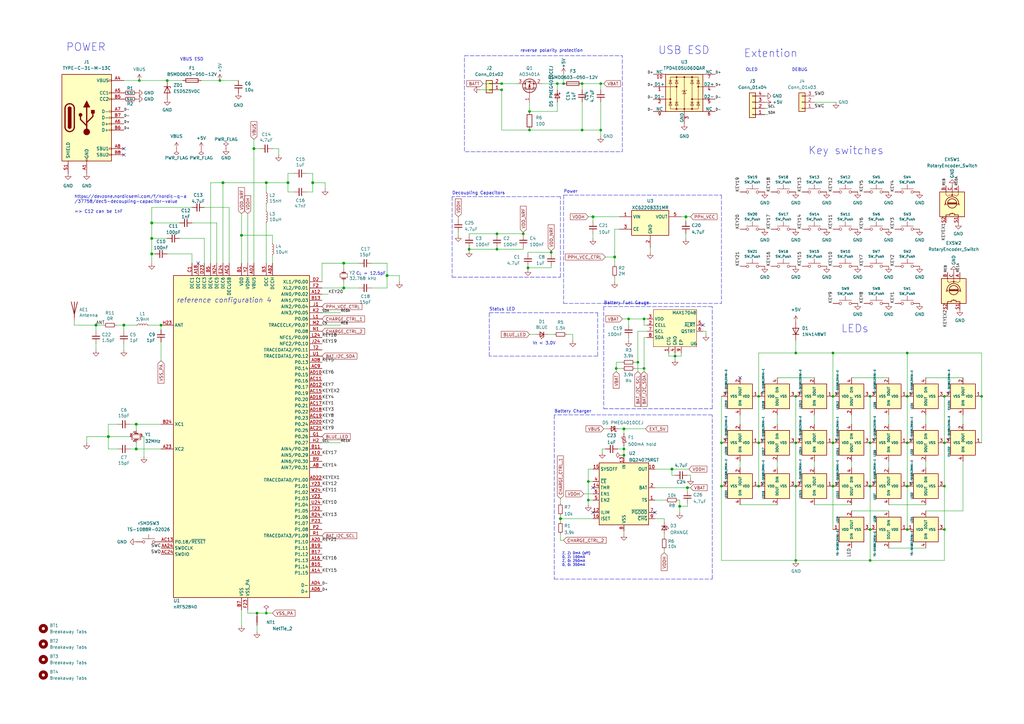
<source format=kicad_sch>
(kicad_sch (version 20231120) (generator "eeschema") (generator_version "8.0")
  (paper "A3")
  (title_block (title "Corne Left") (date "2023-10-07") (rev "4.0.0") (company "foostan"))
  (junction (at 203.835 102.235))
  (junction (at 326.39 162.56))
  (junction (at 387.35 217.17))
  (junction (at 311.15 199.39))
  (junction (at 341.63 199.39))
  (junction (at 326.39 144.78))
  (junction (at 252.73 151.13))
  (junction (at 275.59 192.405) (diameter 1.016))
  (junction (at 243.205 88.9) (diameter 1.016))
  (junction (at 264.16 130.81))
  (junction (at 226.06 103.505))
  (junction (at 105.41 251.46))
  (junction (at 387.35 162.56))
  (junction (at 356.87 217.17))
  (junction (at 99.06 96.52) (diameter 1.016))
  (junction (at 241.3 197.485))
  (junction (at 356.87 181.61))
  (junction (at 326.39 181.61))
  (junction (at 295.91 199.39))
  (junction (at 246.38 34.29))
  (junction (at 140.97 107.95) (diameter 1.016))
  (junction (at 217.17 45.72))
  (junction (at 192.405 102.235))
  (junction (at 128.27 74.93) (diameter 1.016))
  (junction (at 252.095 105.41) (diameter 1.016))
  (junction (at 90.17 33.02))
  (junction (at 387.35 199.39))
  (junction (at 238.76 53.34))
  (junction (at 214.63 95.885))
  (junction (at 326.39 199.39))
  (junction (at 68.58 33.02))
  (junction (at 62.23 91.44) (diameter 1.016))
  (junction (at 341.63 181.61))
  (junction (at 356.87 199.39))
  (junction (at 118.11 74.93) (diameter 1.016))
  (junction (at 264.16 151.13))
  (junction (at 341.63 144.78))
  (junction (at 229.87 212.725) (diameter 1.016))
  (junction (at 39.37 133.35) (diameter 1.016))
  (junction (at 217.17 53.34))
  (junction (at 261.62 148.59))
  (junction (at 205.74 34.29))
  (junction (at 231.14 34.29))
  (junction (at 91.44 74.93) (diameter 1.016))
  (junction (at 50.8 133.35) (diameter 1.016))
  (junction (at 326.39 229.87))
  (junction (at 109.22 251.46))
  (junction (at 281.305 88.9) (diameter 1.016))
  (junction (at 257.81 130.81))
  (junction (at 255.905 175.895) (diameter 1.016))
  (junction (at 276.86 146.05))
  (junction (at 372.11 181.61))
  (junction (at 356.87 229.87))
  (junction (at 372.11 162.56))
  (junction (at 104.14 60.96) (diameter 1.016))
  (junction (at 203.835 95.885))
  (junction (at 109.22 74.93) (diameter 1.016))
  (junction (at 255.905 184.15))
  (junction (at 372.11 217.17))
  (junction (at 238.76 34.29))
  (junction (at 55.88 184.15) (diameter 1.016))
  (junction (at 228.6 34.29))
  (junction (at 216.535 109.855))
  (junction (at 281.94 200.025) (diameter 1.016))
  (junction (at 372.11 199.39))
  (junction (at 44.45 179.07) (diameter 1.016))
  (junction (at 140.97 118.11) (diameter 1.016))
  (junction (at 241.3 205.105))
  (junction (at 55.88 173.99) (diameter 1.016))
  (junction (at 311.15 181.61))
  (junction (at 62.23 104.14) (diameter 1.016))
  (junction (at 62.23 97.79) (diameter 1.016))
  (junction (at 246.38 53.34))
  (junction (at 341.63 162.56))
  (junction (at 205.74 36.83))
  (junction (at 402.59 162.56))
  (junction (at 372.11 144.78))
  (junction (at 278.765 207.645) (diameter 1.016))
  (junction (at 387.35 181.61))
  (junction (at 295.91 181.61))
  (junction (at 311.15 162.56))
  (junction (at 255.905 186.69))
  (junction (at 356.87 162.56))
  (junction (at 57.15 33.02))
  (junction (at 66.04 133.35))
  (junction (at 158.75 113.03) (diameter 1.016))
  (no_connect (at 243.205 200.025))
  (no_connect (at 81.28 107.95))
  (no_connect (at 303.53 154.94))
  (no_connect (at 243.205 210.185))
  (no_connect (at 50.8 60.96))
  (no_connect (at 268.605 210.185))
  (no_connect (at 50.8 63.5))
  (no_connect (at 288.29 133.35))
  (wire (pts (xy 303.53 170.18) (xy 303.53 173.99)))
  (wire (pts (xy 111.76 60.96) (xy 114.3 60.96)))
  (wire (pts (xy 231.14 30.48) (xy 231.14 34.29)))
  (wire (pts (xy 372.11 162.56) (xy 372.11 181.61)))
  (polyline (pts (xy 295.91 80.01) (xy 295.91 124.46)) (stroke (width 0) (type dash)))
  (wire (pts (xy 246.38 34.29) (xy 246.38 36.83)))
  (wire (pts (xy 101.6 251.46) (xy 105.41 251.46)))
  (wire (pts (xy 55.88 173.99) (xy 66.04 173.99)))
  (wire (pts (xy 39.37 140.97) (xy 39.37 143.51)))
  (wire (pts (xy 120.65 78.74) (xy 118.11 78.74)))
  (wire (pts (xy 372.11 144.78) (xy 402.59 144.78)))
  (wire (pts (xy 241.3 197.485) (xy 243.205 197.485)))
  (wire (pts (xy 198.12 34.29) (xy 205.74 34.29)))
  (wire (pts (xy 349.25 154.94) (xy 364.49 154.94)))
  (wire (pts (xy 295.91 181.61) (xy 295.91 199.39)))
  (wire (pts (xy 341.63 144.78) (xy 372.11 144.78)))
  (wire (pts (xy 252.73 148.59) (xy 255.27 148.59)))
  (wire (pts (xy 158.75 118.11) (xy 152.4 118.11)))
  (wire (pts (xy 246.38 55.88) (xy 246.38 53.34)))
  (wire (pts (xy 216.535 103.505) (xy 226.06 103.505)))
  (wire (pts (xy 140.97 118.11) (xy 147.32 118.11)))
  (wire (pts (xy 50.8 133.35) (xy 50.8 135.89)))
  (wire (pts (xy 229.87 221.615) (xy 231.14 221.615)))
  (wire (pts (xy 387.35 162.56) (xy 387.35 181.61)))
  (wire (pts (xy 318.77 154.94) (xy 334.01 154.94)))
  (wire (pts (xy 281.94 200.025) (xy 283.21 200.025)))
  (wire (pts (xy 252.73 151.13) (xy 255.27 151.13)))
  (wire (pts (xy 132.08 118.11) (xy 140.97 118.11)))
  (wire (pts (xy 109.22 86.36) (xy 109.22 83.82)))
  (wire (pts (xy 252.095 113.665) (xy 252.095 115.57)))
  (wire (pts (xy 295.91 229.87) (xy 326.39 229.87)))
  (wire (pts (xy 44.45 179.07) (xy 35.56 179.07)))
  (wire (pts (xy 394.97 170.18) (xy 394.97 173.99)))
  (wire (pts (xy 341.63 199.39) (xy 341.63 217.17)))
  (wire (pts (xy 261.62 152.4) (xy 261.62 148.59)))
  (wire (pts (xy 356.87 199.39) (xy 356.87 217.17)))
  (wire (pts (xy 99.06 96.52) (xy 99.06 107.95)))
  (wire (pts (xy 228.6 34.29) (xy 228.6 36.83)))
  (wire (pts (xy 261.62 135.89) (xy 265.43 135.89)))
  (wire (pts (xy 281.94 201.295) (xy 281.94 200.025)))
  (wire (pts (xy 281.305 88.9) (xy 283.21 88.9)))
  (polyline (pts (xy 292.1 125.73) (xy 247.65 125.73)) (stroke (width 0) (type dash)))
  (wire (pts (xy 257.81 130.81) (xy 264.16 130.81)))
  (wire (pts (xy 62.23 85.09) (xy 78.74 85.09)))
  (wire (pts (xy 241.3 192.405) (xy 243.205 192.405)))
  (wire (pts (xy 356.87 181.61) (xy 356.87 199.39)))
  (wire (pts (xy 158.75 107.95) (xy 158.75 113.03)))
  (wire (pts (xy 238.76 53.34) (xy 246.38 53.34)))
  (wire (pts (xy 105.41 251.46) (xy 109.22 251.46)))
  (wire (pts (xy 118.11 71.12) (xy 118.11 74.93)))
  (wire (pts (xy 272.415 219.075) (xy 272.415 220.345)))
  (wire (pts (xy 394.97 209.55) (xy 394.97 189.23)))
  (wire (pts (xy 105.41 259.08) (xy 105.41 256.54)))
  (wire (pts (xy 238.76 34.29) (xy 238.76 36.83)))
  (wire (pts (xy 104.14 107.95) (xy 104.14 60.96)))
  (wire (pts (xy 248.285 105.41) (xy 252.095 105.41)))
  (wire (pts (xy 128.27 71.12) (xy 128.27 74.93)))
  (wire (pts (xy 278.13 205.105) (xy 278.765 205.105)))
  (wire (pts (xy 158.75 113.03) (xy 158.75 118.11)))
  (wire (pts (xy 192.405 101.6) (xy 192.405 102.235)))
  (wire (pts (xy 192.405 95.885) (xy 203.835 95.885)))
  (wire (pts (xy 125.73 71.12) (xy 128.27 71.12)))
  (wire (pts (xy 254 175.895) (xy 255.905 175.895)))
  (wire (pts (xy 140.97 107.95) (xy 147.32 107.95)))
  (wire (pts (xy 111.76 99.695) (xy 111.76 96.52)))
  (wire (pts (xy 257.81 130.81) (xy 257.81 133.35)))
  (wire (pts (xy 217.17 53.34) (xy 238.76 53.34)))
  (wire (pts (xy 139.7 181.61) (xy 132.08 181.61)))
  (wire (pts (xy 125.73 78.74) (xy 128.27 78.74)))
  (wire (pts (xy 281.94 207.645) (xy 281.94 206.375)))
  (wire (pts (xy 372.11 144.78) (xy 372.11 162.56)))
  (wire (pts (xy 192.405 96.52) (xy 192.405 95.885)))
  (polyline (pts (xy 229.87 80.645) (xy 185.42 80.645)) (stroke (width 0) (type dash)))
  (wire (pts (xy 247.65 175.895) (xy 248.92 175.895)))
  (wire (pts (xy 255.905 175.895) (xy 255.905 177.8)))
  (wire (pts (xy 50.8 140.97) (xy 50.8 143.51)))
  (wire (pts (xy 311.15 144.78) (xy 326.39 144.78)))
  (wire (pts (xy 228.6 45.72) (xy 217.17 45.72)))
  (wire (pts (xy 187.96 88.9) (xy 187.96 90.17)))
  (wire (pts (xy 68.58 33.02) (xy 74.93 33.02)))
  (polyline (pts (xy 227.33 170.18) (xy 227.33 237.49)) (stroke (width 0) (type dash)))
  (wire (pts (xy 83.82 97.79) (xy 83.82 107.95)))
  (wire (pts (xy 314.96 44.45) (xy 313.69 44.45)))
  (wire (pts (xy 334.01 207.01) (xy 349.25 207.01)))
  (wire (pts (xy 39.37 133.35) (xy 42.545 133.35)))
  (wire (pts (xy 132.08 115.57) (xy 132.08 107.95)))
  (wire (pts (xy 66.04 133.35) (xy 66.04 135.255)))
  (wire (pts (xy 289.56 135.89) (xy 289.56 137.16)))
  (wire (pts (xy 109.22 78.74) (xy 109.22 74.93)))
  (wire (pts (xy 217.17 41.91) (xy 217.17 45.72)))
  (wire (pts (xy 255.27 186.69) (xy 255.905 186.69)))
  (wire (pts (xy 255.905 186.69) (xy 255.905 187.325)))
  (wire (pts (xy 303.53 189.23) (xy 303.53 191.77)))
  (wire (pts (xy 205.74 34.29) (xy 212.09 34.29)))
  (polyline (pts (xy 200.66 128.27) (xy 245.11 128.27)) (stroke (width 0) (type dash)))
  (wire (pts (xy 57.15 33.02) (xy 68.58 33.02)))
  (wire (pts (xy 111.76 96.52) (xy 99.06 96.52)))
  (wire (pts (xy 252.095 105.41) (xy 252.095 108.585)))
  (wire (pts (xy 257.81 138.43) (xy 257.81 139.7)))
  (wire (pts (xy 222.25 34.29) (xy 228.6 34.29)))
  (wire (pts (xy 109.22 251.46) (xy 111.76 251.46)))
  (wire (pts (xy 66.04 184.15) (xy 55.88 184.15)))
  (polyline (pts (xy 231.14 124.46) (xy 295.91 124.46)) (stroke (width 0) (type dash)))
  (wire (pts (xy 140.97 110.49) (xy 140.97 107.95)))
  (wire (pts (xy 272.415 225.425) (xy 272.415 226.695)))
  (polyline (pts (xy 292.1 167.64) (xy 292.1 125.73)) (stroke (width 0) (type dash)))
  (wire (pts (xy 326.39 162.56) (xy 326.39 181.61)))
  (wire (pts (xy 216.535 109.855) (xy 216.535 110.49)))
  (wire (pts (xy 62.23 104.14) (xy 63.5 104.14)))
  (wire (pts (xy 203.835 102.235) (xy 214.63 102.235)))
  (wire (pts (xy 326.39 199.39) (xy 326.39 229.87)))
  (wire (pts (xy 132.08 107.95) (xy 140.97 107.95)))
  (wire (pts (xy 349.25 189.23) (xy 349.25 191.77)))
  (wire (pts (xy 229.87 212.725) (xy 243.205 212.725)))
  (wire (pts (xy 241.3 197.485) (xy 241.3 205.105)))
  (wire (pts (xy 264.16 138.43) (xy 265.43 138.43)))
  (wire (pts (xy 238.76 53.34) (xy 238.76 41.91)))
  (wire (pts (xy 192.405 102.235) (xy 203.835 102.235)))
  (polyline (pts (xy 231.14 80.01) (xy 295.91 80.01)) (stroke (width 0) (type dash)))
  (wire (pts (xy 60.96 133.35) (xy 66.04 133.35)))
  (polyline (pts (xy 229.87 113.665) (xy 229.87 80.645)) (stroke (width 0) (type dash)))
  (wire (pts (xy 342.9 41.91) (xy 334.01 41.91)))
  (wire (pts (xy 255.905 175.895) (xy 264.795 175.895)))
  (wire (pts (xy 276.86 146.05) (xy 279.4 146.05)))
  (wire (pts (xy 246.38 34.29) (xy 247.65 34.29)))
  (wire (pts (xy 109.22 91.44) (xy 109.22 107.95)))
  (wire (pts (xy 387.35 229.87) (xy 356.87 229.87)))
  (wire (pts (xy 128.27 74.93) (xy 133.35 74.93)))
  (wire (pts (xy 111.76 104.775) (xy 111.76 107.95)))
  (wire (pts (xy 311.15 144.78) (xy 311.15 162.56)))
  (wire (pts (xy 203.835 95.885) (xy 203.835 96.52)))
  (wire (pts (xy 326.39 229.87) (xy 356.87 229.87)))
  (wire (pts (xy 228.6 41.91) (xy 228.6 45.72)))
  (wire (pts (xy 109.22 250.825) (xy 109.22 251.46)))
  (wire (pts (xy 196.85 36.83) (xy 205.74 36.83)))
  (wire (pts (xy 268.605 192.405) (xy 275.59 192.405)))
  (wire (pts (xy 364.49 224.79) (xy 379.73 224.79)))
  (wire (pts (xy 73.66 97.79) (xy 83.82 97.79)))
  (wire (pts (xy 278.765 207.645) (xy 278.765 210.185)))
  (polyline (pts (xy 292.1 237.49) (xy 292.1 170.18)) (stroke (width 0) (type dash)))
  (wire (pts (xy 243.205 95.885) (xy 243.205 97.79)))
  (wire (pts (xy 402.59 162.56) (xy 402.59 181.61)))
  (wire (pts (xy 55.88 173.99) (xy 53.34 173.99)))
  (wire (pts (xy 279.4 88.9) (xy 281.305 88.9)))
  (wire (pts (xy 279.4 146.05) (xy 279.4 144.78)))
  (polyline (pts (xy 185.42 80.645) (xy 185.42 113.665)) (stroke (width 0) (type dash)))
  (wire (pts (xy 30.48 131.445) (xy 30.48 133.35)))
  (wire (pts (xy 232.41 137.16) (xy 234.95 137.16)))
  (wire (pts (xy 278.765 207.645) (xy 281.94 207.645)))
  (polyline (pts (xy 247.65 167.64) (xy 292.1 167.64)) (stroke (width 0) (type dash)))
  (wire (pts (xy 268.605 212.725) (xy 272.415 212.725)))
  (polyline (pts (xy 245.11 128.27) (xy 245.11 146.05)) (stroke (width 0) (type dash)))
  (wire (pts (xy 86.36 74.93) (xy 91.44 74.93)))
  (wire (pts (xy 341.63 181.61) (xy 341.63 199.39)))
  (wire (pts (xy 268.605 205.105) (xy 273.05 205.105)))
  (wire (pts (xy 241.3 205.105) (xy 243.205 205.105)))
  (polyline (pts (xy 231.14 80.01) (xy 231.14 124.46)) (stroke (width 0) (type dash)))
  (polyline (pts (xy 185.42 113.665) (xy 229.87 113.665)) (stroke (width 0) (type dash)))
  (wire (pts (xy 216.535 109.22) (xy 216.535 109.855)))
  (wire (pts (xy 349.25 170.18) (xy 349.25 173.99)))
  (wire (pts (xy 106.68 60.96) (xy 104.14 60.96)))
  (wire (pts (xy 90.17 33.02) (xy 97.79 33.02)))
  (wire (pts (xy 349.25 209.55) (xy 364.49 209.55)))
  (wire (pts (xy 62.23 91.44) (xy 73.66 91.44)))
  (wire (pts (xy 86.36 107.95) (xy 86.36 74.93)))
  (wire (pts (xy 132.08 120.65) (xy 134.62 120.65)))
  (wire (pts (xy 379.73 170.18) (xy 379.73 173.99)))
  (wire (pts (xy 101.6 251.46) (xy 101.6 250.19)))
  (wire (pts (xy 203.835 101.6) (xy 203.835 102.235)))
  (wire (pts (xy 226.06 103.505) (xy 226.06 104.14)))
  (wire (pts (xy 114.3 60.96) (xy 114.3 63.5)))
  (wire (pts (xy 314.96 46.99) (xy 313.69 46.99)))
  (wire (pts (xy 264.16 151.13) (xy 264.16 152.4)))
  (wire (pts (xy 217.17 137.16) (xy 219.71 137.16)))
  (wire (pts (xy 216.535 104.14) (xy 216.535 103.505)))
  (wire (pts (xy 163.83 113.03) (xy 163.83 115.57)))
  (wire (pts (xy 234.95 137.16) (xy 234.95 139.7)))
  (wire (pts (xy 88.9 91.44) (xy 88.9 107.95)))
  (wire (pts (xy 62.23 85.09) (xy 62.23 91.44)))
  (wire (pts (xy 58.42 179.07) (xy 59.055 179.07)))
  (wire (pts (xy 216.535 109.855) (xy 226.06 109.855)))
  (wire (pts (xy 303.53 207.01) (xy 318.77 207.01)))
  (wire (pts (xy 364.49 170.18) (xy 364.49 173.99)))
  (wire (pts (xy 152.4 107.95) (xy 158.75 107.95)))
  (wire (pts (xy 140.97 118.11) (xy 140.97 115.57)))
  (polyline (pts (xy 292.1 170.18) (xy 227.33 170.18)) (stroke (width 0) (type dash)))
  (wire (pts (xy 276.86 146.05) (xy 276.86 147.32)))
  (wire (pts (xy 99.06 87.63) (xy 99.06 96.52)))
  (wire (pts (xy 139.7 133.35) (xy 132.08 133.35)))
  (wire (pts (xy 214.63 95.885) (xy 214.63 96.52)))
  (wire (pts (xy 128.27 78.74) (xy 128.27 74.93)))
  (wire (pts (xy 247.015 184.15) (xy 248.285 184.15)))
  (wire (pts (xy 261.62 148.59) (xy 261.62 135.89)))
  (wire (pts (xy 252.095 93.98) (xy 254 93.98)))
  (wire (pts (xy 99.06 250.19) (xy 99.06 256.54)))
  (wire (pts (xy 243.205 88.9) (xy 243.205 90.805)))
  (wire (pts (xy 118.11 71.12) (xy 120.65 71.12)))
  (wire (pts (xy 229.87 213.995) (xy 229.87 212.725)))
  (wire (pts (xy 252.095 105.41) (xy 252.095 93.98)))
  (polyline (pts (xy 200.66 146.05) (xy 200.66 128.27)) (stroke (width 0) (type dash)))
  (wire (pts (xy 101.6 87.63) (xy 101.6 107.95)))
  (wire (pts (xy 356.87 217.17) (xy 356.87 229.87)))
  (wire (pts (xy 226.06 102.87) (xy 226.06 103.505)))
  (wire (pts (xy 260.35 151.13) (xy 264.16 151.13)))
  (wire (pts (xy 334.01 170.18) (xy 334.01 173.99)))
  (wire (pts (xy 260.35 148.59) (xy 261.62 148.59)))
  (wire (pts (xy 402.59 144.78) (xy 402.59 162.56)))
  (wire (pts (xy 109.22 74.93) (xy 118.11 74.93)))
  (wire (pts (xy 78.74 91.44) (xy 88.9 91.44)))
  (wire (pts (xy 228.6 34.29) (xy 231.14 34.29)))
  (wire (pts (xy 253.365 184.15) (xy 255.905 184.15)))
  (wire (pts (xy 224.79 137.16) (xy 227.33 137.16)))
  (wire (pts (xy 276.86 146.05) (xy 274.32 146.05)))
  (wire (pts (xy 83.82 85.09) (xy 93.98 85.09)))
  (wire (pts (xy 266.7 101.6) (xy 266.7 103.505)))
  (wire (pts (xy 104.14 60.96) (xy 104.14 57.15)))
  (wire (pts (xy 139.7 128.27) (xy 132.08 128.27)))
  (wire (pts (xy 48.26 184.15) (xy 44.45 184.15)))
  (wire (pts (xy 91.44 107.95) (xy 91.44 74.93)))
  (wire (pts (xy 255.905 217.805) (xy 255.905 219.075)))
  (wire (pts (xy 268.605 200.025) (xy 281.94 200.025)))
  (wire (pts (xy 55.88 173.99) (xy 55.88 176.53)))
  (wire (pts (xy 30.48 133.35) (xy 39.37 133.35)))
  (wire (pts (xy 379.73 189.23) (xy 379.73 191.77)))
  (wire (pts (xy 276.86 144.78) (xy 276.86 146.05)))
  (wire (pts (xy 387.35 199.39) (xy 387.35 217.17)))
  (wire (pts (xy 44.45 184.15) (xy 44.45 179.07)))
  (wire (pts (xy 118.11 74.93) (xy 118.11 78.74)))
  (wire (pts (xy 372.11 181.61) (xy 372.11 199.39)))
  (wire (pts (xy 158.75 113.03) (xy 163.83 113.03)))
  (wire (pts (xy 62.23 97.79) (xy 62.23 104.14)))
  (wire (pts (xy 205.74 53.34) (xy 217.17 53.34)))
  (wire (pts (xy 246.38 34.29) (xy 238.76 34.29)))
  (wire (pts (xy 246.38 41.91) (xy 246.38 53.34)))
  (wire (pts (xy 229.87 219.075) (xy 229.87 221.615)))
  (wire (pts (xy 326.39 144.78) (xy 341.63 144.78)))
  (wire (pts (xy 341.63 162.56) (xy 341.63 181.61)))
  (wire (pts (xy 281.305 88.9) (xy 281.305 90.805)))
  (wire (pts (xy 252.73 152.4) (xy 252.73 151.13)))
  (wire (pts (xy 214.63 102.235) (xy 214.63 101.6)))
  (wire (pts (xy 341.63 144.78) (xy 341.63 162.56)))
  (wire (pts (xy 62.23 91.44) (xy 62.23 97.79)))
  (wire (pts (xy 205.74 36.83) (xy 205.74 53.34)))
  (wire (pts (xy 91.44 74.93) (xy 109.22 74.93)))
  (wire (pts (xy 229.87 206.375) (xy 229.87 204.47)))
  (wire (pts (xy 334.01 189.23) (xy 334.01 191.77)))
  (wire (pts (xy 226.06 109.855) (xy 226.06 109.22)))
  (wire (pts (xy 44.45 173.99) (xy 48.26 173.99)))
  (wire (pts (xy 283.21 194.945) (xy 283.21 196.215)))
  (wire (pts (xy 264.16 130.81) (xy 264.16 133.35)))
  (wire (pts (xy 364.49 207.01) (xy 379.73 207.01)))
  (wire (pts (xy 203.835 95.885) (xy 214.63 95.885)))
  (wire (pts (xy 264.16 130.81) (xy 265.43 130.81)))
  (wire (pts (xy 50.8 33.02) (xy 57.15 33.02)))
  (wire (pts (xy 275.59 192.405) (xy 275.59 194.945)))
  (wire (pts (xy 252.73 151.13) (xy 252.73 148.59)))
  (wire (pts (xy 93.98 85.09) (xy 93.98 107.95)))
  (wire (pts (xy 55.88 133.35) (xy 50.8 133.35)))
  (polyline (pts (xy 227.33 237.49) (xy 292.1 237.49)) (stroke (width 0) (type dash)))
  (wire (pts (xy 387.35 181.61) (xy 387.35 199.39)))
  (wire (pts (xy 295.91 199.39) (xy 295.91 229.87)))
  (wire (pts (xy 187.96 95.25) (xy 187.96 96.52)))
  (wire (pts (xy 68.58 104.14) (xy 78.74 104.14)))
  (wire (pts (xy 275.59 194.945) (xy 276.86 194.945)))
  (wire (pts (xy 133.35 74.93) (xy 133.35 77.47)))
  (wire (pts (xy 62.23 97.79) (xy 68.58 97.79)))
  (wire (pts (xy 55.88 181.61) (xy 55.88 184.15)))
  (wire (pts (xy 275.59 192.405) (xy 282.575 192.405)))
  (wire (pts (xy 288.29 135.89) (xy 289.56 135.89)))
  (wire (pts (xy 278.765 205.105) (xy 278.765 207.645)))
  (wire (pts (xy 356.87 162.56) (xy 356.87 181.61)))
  (wire (pts (xy 387.35 217.17) (xy 387.35 229.87)))
  (wire (pts (xy 82.55 33.02) (xy 90.17 33.02)))
  (wire (pts (xy 255.905 184.15) (xy 255.905 186.69)))
  (wire (pts (xy 241.3 205.105) (xy 241.3 207.01)))
  (wire (pts (xy 281.305 95.885) (xy 281.305 97.79)))
  (wire (pts (xy 78.74 107.95) (xy 78.74 104.14)))
  (wire (pts (xy 326.39 181.61) (xy 326.39 199.39)))
  (wire (pts (xy 379.73 154.94) (xy 394.97 154.94)))
  (wire (pts (xy 53.34 179.07) (xy 44.45 179.07)))
  (wire (pts (xy 47.625 133.35) (xy 50.8 133.35)))
  (wire (pts (xy 272.415 212.725) (xy 272.415 213.995)))
  (wire (pts (xy 295.91 162.56) (xy 295.91 181.61)))
  (wire (pts (xy 326.39 139.7) (xy 326.39 144.78)))
  (polyline (pts (xy 247.65 125.73) (xy 247.65 167.64)) (stroke (width 0) (type dash)))
  (wire (pts (xy 274.32 146.05) (xy 274.32 144.78)))
  (wire (pts (xy 241.3 88.9) (xy 243.205 88.9)))
  (wire (pts (xy 264.16 138.43) (xy 264.16 151.13)))
  (wire (pts (xy 247.015 185.42) (xy 247.015 184.15)))
  (wire (pts (xy 229.87 211.455) (xy 229.87 212.725)))
  (wire (pts (xy 192.405 102.235) (xy 192.405 102.87)))
  (wire (pts (xy 318.77 189.23) (xy 318.77 191.77)))
  (polyline (pts (xy 245.11 146.05) (xy 200.66 146.05)) (stroke (width 0) (type dash)))
  (wire (pts (xy 311.15 162.56) (xy 311.15 181.61)))
  (wire (pts (xy 264.16 133.35) (xy 265.43 133.35)))
  (wire (pts (xy 281.94 194.945) (xy 283.21 194.945)))
  (wire (pts (xy 239.395 202.565) (xy 243.205 202.565)))
  (wire (pts (xy 39.37 135.89) (xy 39.37 133.35)))
  (wire (pts (xy 214.63 95.25) (xy 214.63 95.885)))
  (wire (pts (xy 364.49 189.23) (xy 364.49 191.77)))
  (wire (pts (xy 255.905 182.88) (xy 255.905 184.15)))
  (wire (pts (xy 241.3 192.405) (xy 241.3 197.485)))
  (wire (pts (xy 62.23 104.14) (xy 62.23 107.95)))
  (wire (pts (xy 255.27 130.81) (xy 257.81 130.81)))
  (wire (pts (xy 66.04 140.335) (xy 66.04 147.955)))
  (wire (pts (xy 318.77 170.18) (xy 318.77 173.99)))
  (wire (pts (xy 243.205 88.9) (xy 254 88.9)))
  (wire (pts (xy 379.73 209.55) (xy 394.97 209.55)))
  (wire (pts (xy 311.15 181.61) (xy 311.15 199.39)))
  (wire (pts (xy 372.11 199.39) (xy 372.11 217.17)))
  (wire (pts (xy 55.88 184.15) (xy 53.34 184.15)))
  (wire (pts (xy 59.055 179.07) (xy 59.055 187.325)))
  (wire (pts (xy 44.45 179.07) (xy 44.45 173.99)))
  (wire (pts (xy 35.56 179.07) (xy 35.56 181.61)))
  (rectangle (start 190.5 22.86) (end 255.27 62.23) (stroke (width 0) (type dash)))
  (text "Z, Z: 0mA (off)\n0, Z: 100mA\nZ, 0: 250mA\n0, 0: 350mA" (at 230.505 232.41 0) (effects (font (size 0.9906 0.9906)) (justify left bottom)))
  (text "Key switches" (at 331.47 63.754 0) (effects (font (size 3.175 3.175)) (justify left bottom)))
  (text "OLED" (at 305.816 29.464 0) (effects (font (size 1.27 1.27)) (justify left bottom)))
  (text "C_{L} = 12.5pF" (at 146.05 113.03 0) (effects (font (size 1.27 1.27)) (justify left bottom)))
  (text "DEBUG" (at 324.739 29.464 0) (effects (font (size 1.27 1.27)) (justify left bottom)))
  (text "Battery Fuel Gauge" (at 247.65 125.095 0) (effects (font (size 1.27 1.27)) (justify left bottom)))
  (text "V_{f} < 3.0V" (at 218.44 141.605 0) (effects (font (size 1.27 1.27)) (justify left bottom)))
  (text "USB ESD" (at 269.875 22.606 0) (effects (font (size 3.175 3.175)) (justify left bottom)))
  (text "reference configuration 4" (at 72.39 124.46 0) (effects (font (size 2 2) (italic yes)) (justify left bottom)))
  (text "POWER\n" (at 27.051 21.336 0) (effects (font (size 3.175 3.175)) (justify left bottom)))
  (text "LEDs" (at 344.932 136.779 0) (effects (font (size 3.175 3.175)) (justify left bottom)))
  (text "https://devzone.nordicsemi.com/f/nordic-q-a\n/37758/dec5-decoupling-capacitor-value\n\n=> C12 can be 1nF" (at 30.48 87.63 0) (effects (font (size 1.27 1.27)) (justify left bottom)))
  (text "reverse polarity protection" (at 213.36 21.59 0) (effects (font (size 1.27 1.27)) (justify left bottom)))
  (text "Extention" (at 305.054 23.876 0) (effects (font (size 3.175 3.175)) (justify left bottom)))
  (text "Decoupling Capacitors" (at 185.42 80.01 0) (effects (font (size 1.27 1.27)) (justify left bottom)))
  (text "Status LED" (at 200.66 127.635 0) (effects (font (size 1.27 1.27)) (justify left bottom)))
  (text "VBUS ESD" (at 73.787 25.146 0) (effects (font (size 1.27 1.27)) (justify left bottom)))
  (text "Power" (at 231.14 79.375 0) (effects (font (size 1.27 1.27)) (justify left bottom)))
  (text "Battery Charger" (at 227.33 169.545 0) (effects (font (size 1.27 1.27)) (justify left bottom)))
  (label "KEY8" (at 354.33 124.46 90))
  (label "SCL" (at 314.96 44.45 0) (effects (font (size 1 1))))
  (label "KEY15" (at 132.08 234.95 0))
  (label "KEY3" (at 367.03 93.98 90))
  (label "D+" (at 293.37 35.56 0) (effects (font (size 1 1))))
  (label "KEYEX1" (at 132.08 196.85 0))
  (label "KEY20" (at 134.62 120.65 0))
  (label "SDA" (at 314.96 46.99 0) (effects (font (size 1 1))))
  (label "KEYEX2" (at 132.08 161.29 0))
  (label "KEY9" (at 132.08 176.53 0))
  (label "D+" (at 267.97 30.48 180) (effects (font (size 1 1))))
  (label "REB" (at 388.62 111.76 90) (effects (font (size 1 1))))
  (label "SWD" (at 66.04 227.33 180))
  (label "KEY18" (at 132.08 138.43 0))
  (label "KEY5" (at 354.33 78.74 90))
  (label "RE0A" (at 393.065 76.2 90) (effects (font (size 1 1))))
  (label "KEY21" (at 303.53 109.22 90))
  (label "KEY7" (at 132.08 158.75 0))
  (label "KEY13" (at 132.08 212.09 0))
  (label "RE0A" (at 139.7 128.27 0) (effects (font (size 1 1))))
  (label "D+" (at 50.8 50.8 0) (effects (font (size 1 1))))
  (label "CS" (at 132.08 133.35 0) (effects (font (size 1 1))))
  (label "D+" (at 267.97 35.56 180) (effects (font (size 1 1))))
  (label "D-" (at 132.08 240.03 0) (effects (font (size 1 1))))
  (label "KEY17" (at 316.23 93.98 90))
  (label "D-" (at 50.8 48.26 0) (effects (font (size 1 1))))
  (label "SCL" (at 132.08 181.61 0) (effects (font (size 1 1))))
  (label "KEY2" (at 132.08 173.99 0))
  (label "SWC" (at 334.01 44.45 0))
  (label "D+" (at 293.37 30.48 0) (effects (font (size 1 1))))
  (label "LED" (at 349.25 224.79 270))
  (label "D-" (at 293.37 45.72 0) (effects (font (size 1 1))))
  (label "D+" (at 132.08 242.57 0) (effects (font (size 1 1))))
  (label "KEY20" (at 303.53 93.98 90))
  (label "KEY14" (at 132.08 191.77 0))
  (label "KEY4" (at 367.03 78.74 90))
  (label "D+" (at 50.8 53.34 0) (effects (font (size 1 1))))
  (label "KEY18" (at 316.23 78.74 90))
  (label "KEY8" (at 132.08 171.45 0))
  (label "KEY19" (at 132.08 140.97 0))
  (label "KEYEX1" (at 387.985 91.44 270))
  (label "KEY7" (at 354.33 109.22 90))
  (label "KEY11" (at 132.08 201.93 0))
  (label "KEY14" (at 328.93 93.98 90))
  (label "RE1A" (at 393.7 111.76 90) (effects (font (size 1 1))))
  (label "KEY1" (at 132.08 166.37 0))
  (label "KEY1" (at 367.03 124.46 90))
  (label "KEY2" (at 367.03 109.22 90))
  (label "REB" (at 139.7 133.35 0) (effects (font (size 1 1))))
  (label "SWD" (at 334.01 39.37 0))
  (label "KEY6" (at 354.33 93.98 90))
  (label "D-" (at 293.37 40.64 0) (effects (font (size 1 1))))
  (label "KEY4" (at 132.08 163.83 0))
  (label "KEY9" (at 341.63 124.46 90))
  (label "KEY13" (at 328.93 78.74 90))
  (label "KEYEX2" (at 388.62 127 270))
  (label "KEY15" (at 328.93 109.22 90))
  (label "KEY10" (at 341.63 109.22 90))
  (label "KEY21" (at 132.08 222.25 0))
  (label "KEY17" (at 132.08 186.69 0))
  (label "D-" (at 267.97 40.64 180) (effects (font (size 1 1))))
  (label "KEY12" (at 341.63 78.74 90))
  (label "KEY10" (at 132.08 207.01 0))
  (label "D-" (at 267.97 45.72 180) (effects (font (size 1 1))))
  (label "SDA" (at 132.08 128.27 0) (effects (font (size 1 1))))
  (label "RE1A" (at 139.7 181.61 0) (effects (font (size 1 1))))
  (label "KEY6" (at 132.08 153.67 0))
  (label "D-" (at 50.8 45.72 0) (effects (font (size 1 1))))
  (label "REB" (at 387.985 76.2 90) (effects (font (size 1 1))))
  (label "SWC" (at 66.04 224.79 180))
  (label "KEY16" (at 316.23 109.22 90))
  (label "KEY3" (at 132.08 168.91 0))
  (label "KEY5" (at 132.08 148.59 0))
  (label "KEY19" (at 303.53 78.74 90))
  (label "KEY11" (at 341.63 93.98 90))
  (label "KEY12" (at 132.08 199.39 0))
  (label "ANT" (at 39.37 133.35 0))
  (label "KEY16" (at 132.08 229.87 0))
  (global_label "VBAT" (shape input) (at 283.21 200.025 0) (property "Intersheetrefs" "${INTERSHEET_REFS}" (effects (hide yes))))
  (global_label "VSS_PA" (shape input) (at 66.04 147.955 270) (property "Intersheetrefs" "${INTERSHEET_REFS}" (effects (hide yes))))
  (global_label "VBUS" (shape input) (at 247.65 175.895 180) (property "Intersheetrefs" "${INTERSHEET_REFS}" (effects (hide yes))))
  (global_label "VDDH" (shape input) (at 241.3 88.9 180) (property "Intersheetrefs" "${INTERSHEET_REFS}" (effects (hide yes))))
  (global_label "VDDH" (shape input) (at 272.415 226.695 270) (property "Intersheetrefs" "${INTERSHEET_REFS}" (effects (hide yes))))
  (global_label "PPH_VCC_CTRL" (shape input) (at 132.08 125.73 0) (property "Intersheetrefs" "${INTERSHEET_REFS}" (effects (hide yes))))
  (global_label "VBUS" (shape input) (at 104.14 57.15 90) (property "Intersheetrefs" "${INTERSHEET_REFS}" (effects (hide yes))))
  (global_label "VDD_NRF" (shape input) (at 214.63 95.25 90) (property "Intersheetrefs" "${INTERSHEET_REFS}" (effects (hide yes))))
  (global_label "PPH_VCC" (shape input) (at 283.21 88.9 0) (property "Intersheetrefs" "${INTERSHEET_REFS}" (effects (hide yes))))
  (global_label "BAT_I2C_SCL" (shape input) (at 261.62 152.4 270) (property "Intersheetrefs" "${INTERSHEET_REFS}" (effects (hide yes))))
  (global_label "VBAT" (shape input) (at 252.73 152.4 270) (property "Intersheetrefs" "${INTERSHEET_REFS}" (effects (hide yes))))
  (global_label "CHARGE_CTRL_2" (shape input) (at 231.14 221.615 0) (property "Intersheetrefs" "${INTERSHEET_REFS}" (effects (hide yes))))
  (global_label "VDDH" (shape input) (at 239.395 202.565 180) (property "Intersheetrefs" "${INTERSHEET_REFS}" (effects (hide yes))))
  (global_label "VDDH" (shape input) (at 282.575 192.405 0) (property "Intersheetrefs" "${INTERSHEET_REFS}" (effects (hide yes))))
  (global_label "BAT_I2C_SDA" (shape input) (at 132.08 146.05 0) (property "Intersheetrefs" "${INTERSHEET_REFS}" (effects (hide yes))))
  (global_label "VDDH" (shape input) (at 101.6 87.63 90) (property "Intersheetrefs" "${INTERSHEET_REFS}" (effects (hide yes))))
  (global_label "BAT_I2C_SDA" (shape input) (at 264.16 152.4 270) (property "Intersheetrefs" "${INTERSHEET_REFS}" (effects (hide yes))))
  (global_label "BATT" (shape input) (at 198.12 34.29 180) (property "Intersheetrefs" "${INTERSHEET_REFS}" (effects (hide yes))))
  (global_label "VSS_PA" (shape input) (at 111.76 251.46 0) (property "Intersheetrefs" "${INTERSHEET_REFS}" (effects (hide yes))))
  (global_label "VDD_NRF" (shape input) (at 99.06 87.63 90) (property "Intersheetrefs" "${INTERSHEET_REFS}" (effects (hide yes))))
  (global_label "VBAT" (shape input) (at 255.27 130.81 180) (property "Intersheetrefs" "${INTERSHEET_REFS}" (effects (hide yes))))
  (global_label "EXT_5V" (shape input) (at 264.795 175.895 0) (property "Intersheetrefs" "${INTERSHEET_REFS}" (effects (hide yes))))
  (global_label "VDDH" (shape input) (at 187.96 88.9 90) (property "Intersheetrefs" "${INTERSHEET_REFS}" (effects (hide yes))))
  (global_label "PPH_VCC_CTRL" (shape input) (at 248.285 105.41 180) (property "Intersheetrefs" "${INTERSHEET_REFS}" (effects (hide yes))))
  (global_label "CHARGE_CTRL_1" (shape input) (at 229.87 204.47 90) (property "Intersheetrefs" "${INTERSHEET_REFS}" (effects (hide yes))))
  (global_label "CHARGE_CTRL_2" (shape input) (at 132.08 135.89 0) (property "Intersheetrefs" "${INTERSHEET_REFS}" (effects (hide yes))))
  (global_label "BAT_I2C_SCL" (shape input) (at 132.08 219.71 0) (property "Intersheetrefs" "${INTERSHEET_REFS}" (effects (hide yes))))
  (global_label "CHARGE_CTRL_1" (shape input) (at 132.08 130.81 0) (property "Intersheetrefs" "${INTERSHEET_REFS}" (effects (hide yes))))
  (global_label "BLUE_LED" (shape input) (at 217.17 137.16 180) (property "Intersheetrefs" "${INTERSHEET_REFS}" (effects (hide yes))))
  (global_label "BLUE_LED" (shape input) (at 132.08 179.07 0) (property "Intersheetrefs" "${INTERSHEET_REFS}" (effects (hide yes))))
  (global_label "VBAT" (shape input) (at 247.65 34.29 0) (property "Intersheetrefs" "${INTERSHEET_REFS}" (effects (hide yes))))
  (global_label "VDD_NRF" (shape input) (at 226.06 102.87 90) (property "Intersheetrefs" "${INTERSHEET_REFS}" (effects (hide yes))))
  (symbol (lib_id "power:GND") (at 55.88 38.1 90) (unit 1)
    (property "Reference" "#PWR05" (effects (hide yes)))
    (property "Value" "GND" (at 59.055 38.1 90) (effects (justify right)))
  )
  (symbol (lib_id "power:GND") (at 351.79 124.46 0) (unit 1)
    (property "Reference" "#PWR044" (effects (hide yes)))
    (property "Value" "GND" (at 351.79 128.905 0))
  )
  (symbol (lib_id "power:GND") (at 313.69 109.22 0) (unit 1)
    (property "Reference" "#PWR030" (effects (hide yes)))
    (property "Value" "GND" (at 313.69 113.665 0))
  )
  (symbol (lib_id "power:GND") (at 391.16 111.76 180) (unit 1)
    (property "Reference" "#PWR055" (effects (hide yes)))
    (property "Value" "GND" (at 391.16 106.68 90))
  )
  (symbol (lib_id "power:GND") (at 55.88 40.64 90) (unit 1)
    (property "Reference" "#PWR06" (effects (hide yes)))
    (property "Value" "GND" (at 59.055 40.64 90) (effects (justify right)))
  )
  (symbol (lib_id "kbd_local:YS-SK6812MINI-E") (at 318.77 181.61 90) (mirror x) (unit 1)
    (property "Reference" "LED17" (at 313.055 183.515 0) (effects (font (size 0.7366 0.7366)) (justify left)))
    (property "Value" "YS-SK6812MINI-E" (at 313.055 170.815 0) (effects (font (size 0.7366 0.7366)) (justify left)))
    (property "Footprint" "kbd_local:YS-SK6812MINI-E" (effects (hide yes)))
  )
  (symbol (lib_id "Switch:SW_Push") (at 359.41 78.74 0) (unit 1)
    (property "Reference" "SW5" (at 359.41 72.644 0) (effects (font (size 1 1))))
    (property "Value" "SW_Push" (at 359.41 74.676 0) (effects (font (size 1 1))))
    (property "Footprint" "kbd:keyswitch_cherrymx_hotswap_1u" (effects (hide yes)))
  )
  (symbol (lib_id "kbd_local:YS-SK6812MINI-E") (at 364.49 181.61 270) (mirror x) (unit 1)
    (property "Reference" "LED6" (at 358.775 187.325 0) (effects (font (size 0.7366 0.7366)) (justify left)))
    (property "Value" "YS-SK6812MINI-E" (at 358.775 180.975 0) (effects (font (size 0.7366 0.7366)) (justify left)))
    (property "Footprint" "kbd_local:YS-SK6812MINI-E" (effects (hide yes)))
  )
  (symbol (lib_id "power:GND") (at 276.86 147.32 0) (unit 1)
    (property "Reference" "#PWR02" (effects (hide yes)))
    (property "Value" "GND" (effects (hide yes)))
    (instances (project "mikoto" (path "" (reference "#PWR02") (unit 1))) (project "corne-cherry" (path "" (reference "#PWR082") (unit 1))))
  )
  (symbol (lib_id "power:GND") (at 326.39 93.98 0) (unit 1)
    (property "Reference" "#PWR032" (effects (hide yes)))
    (property "Value" "GND" (at 326.39 98.425 0))
  )
  (symbol (lib_id "Device:LED_Small") (at 272.415 216.535 270) (unit 1)
    (property "Reference" "D3" (at 274.8281 215.6265 90) (effects (justify left)))
    (property "Value" "ORANGE" (at 274.8281 218.4016 90) (effects (justify left)))
    (property "Footprint" "footprints:LED_0603_1608Metric-nosilk" (effects (hide yes)))
    (property "LCSC Part" "C146215" (effects (hide yes)))
    (property "Manufacturer Part" "19-217/S2C-AQ1R1B/3T" (effects (hide yes)))
    (property "JLC Part" "C72038" (effects (hide yes)))
  )
  (symbol (lib_id "kbd_local:YS-SK6812MINI-E") (at 379.73 162.56 90) (mirror x) (unit 1)
    (property "Reference" "LED4" (at 374.015 165.1 0) (effects (font (size 0.7366 0.7366)) (justify left)))
    (property "Value" "YS-SK6812MINI-E" (at 374.015 151.765 0) (effects (font (size 0.7366 0.7366)) (justify left)))
    (property "Footprint" "kbd_local:YS-SK6812MINI-E" (effects (hide yes)))
  )
  (symbol (lib_id "Device:R_Small") (at 272.415 222.885 180) (unit 1)
    (property "Reference" "R6" (at 273.9137 221.9765 0) (effects (justify right)))
    (property "Value" "10k" (at 273.9137 224.1166 0) (effects (justify right)))
    (property "Footprint" "footprints:Resistor_0402_1005M-nosilk" (effects (hide yes)))
    (property "LCSC Part" "C25744" (effects (hide yes)))
    (property "Manufacturer Part" "RC0402FR-0710KL" (effects (hide yes)))
    (property "JLC Part" "C25744" (effects (hide yes)))
    (instances (project "mikoto" (path "" (reference "R6") (unit 1))) (project "corne-cherry" (path "" (reference "R11") (unit 1))))
  )
  (symbol (lib_id "Device:C_Small") (at 50.8 138.43 180) (unit 1)
    (property "Reference" "C5" (at 53.1368 137.2616 0) (effects (justify right)))
    (property "Value" "1pF" (at 53.1368 139.573 0) (effects (justify right)))
    (property "Footprint" "footprints:Capacitor_0402_1005M-nosilk" (effects (hide yes)))
    (property "LCSC Part" "C1550" (effects (hide yes)))
    (property "Digikey" "1276-1595-1-ND" (effects (hide yes)))
    (property "Manufacturer Part" "CL05C010CB5NNNC" (effects (hide yes)))
    (property "JLC Part" "C1550" (effects (hide yes)))
    (instances (project "mikoto" (path "" (reference "C5") (unit 1))) (project "corne-cherry" (path "" (reference "C13") (unit 1))))
  )
  (symbol (lib_id "power:GND") (at 339.09 109.22 0) (unit 1)
    (property "Reference" "#PWR038" (effects (hide yes)))
    (property "Value" "GND" (at 339.09 113.665 0))
  )
  (symbol (lib_name "SW_Push_1") (lib_id "Switch:SW_Push") (at 372.11 78.74 0) (unit 1)
    (property "Reference" "SW4" (at 372.11 72.644 0) (effects (font (size 1 1))))
    (property "Value" "SW_Push" (at 372.11 74.676 0) (effects (font (size 1 1))))
    (property "Footprint" "kbd:keyswitch_cherrymx_hotswap_1u" (effects (hide yes)))
  )
  (symbol (lib_id "power:GND") (at 114.3 63.5 0) (unit 1)
    (property "Reference" "#PWR0110" (effects (hide yes)))
    (property "Value" "GND" (effects (hide yes)))
    (instances (project "mikoto" (path "" (reference "#PWR0110") (unit 1))) (project "corne-cherry" (path "" (reference "#PWR09") (unit 1))))
  )
  (symbol (lib_id "Device:R") (at 217.17 49.53 0) (unit 1)
    (property "Reference" "R6" (at 219.71 48.26 0) (effects (justify left)))
    (property "Value" "100" (at 219.71 50.8 0) (effects (justify left)))
    (property "Footprint" "Resistor_SMD:R_0603_1608Metric" (effects (hide yes)))
  )
  (symbol (lib_id "power:PWR_FLAG") (at 255.27 186.69 90) (unit 1)
    (property "Reference" "#FLG02" (effects (hide yes)))
    (property "Value" "PWR_FLAG" (effects (hide yes)))
    (instances (project "mikoto" (path "" (reference "#FLG02") (unit 1))) (project "corne-cherry" (path "" (reference "#FLG05") (unit 1))))
  )
  (symbol (lib_id "power:GND") (at 351.79 93.98 0) (unit 1)
    (property "Reference" "#PWR042" (effects (hide yes)))
    (property "Value" "GND" (at 351.79 98.425 0))
  )
  (symbol (lib_id "power:GND") (at 289.56 137.16 0) (unit 1)
    (property "Reference" "#PWR01" (effects (hide yes)))
    (property "Value" "GND" (effects (hide yes)))
    (instances (project "mikoto" (path "" (reference "#PWR01") (unit 1))) (project "corne-cherry" (path "" (reference "#PWR083") (unit 1))))
  )
  (symbol (lib_id "power:GND") (at 255.905 219.075 0) (unit 1)
    (property "Reference" "#PWR0121" (effects (hide yes)))
    (property "Value" "GND" (effects (hide yes)))
    (instances (project "mikoto" (path "" (reference "#PWR0121") (unit 1))) (project "corne-cherry" (path "" (reference "#PWR086") (unit 1))))
  )
  (symbol (lib_id "Device:C_Small") (at 226.06 106.68 180) (unit 1)
    (property "Reference" "C8" (at 223.52 105.4035 0) (effects (justify left)))
    (property "Value" "1uF" (at 223.52 107.9435 0) (effects (justify left)))
    (property "Footprint" "footprints:Capacitor_0402_1005M-nosilk" (effects (hide yes)))
    (property "LCSC Part" "C52923" (effects (hide yes)))
    (property "Digikey" "1276-1067-1-ND" (effects (hide yes)))
    (property "Manufacturer Part" "CL05A105KO5NNNC" (effects (hide yes)))
    (property "JLC Part" "C52923" (effects (hide yes)))
    (instances (project "mikoto" (path "" (reference "C8") (unit 1))) (project "corne-cherry" (path "" (reference "C29") (unit 1))))
  )
  (symbol (lib_id "power:GND") (at 55.88 222.25 270) (unit 1)
    (property "Reference" "#PWR023" (effects (hide yes)))
    (property "Value" "GND" (at 52.07 222.2499 90) (effects (justify right)))
  )
  (symbol (lib_id "Switch:SW_Push") (at 346.71 78.74 0) (unit 1)
    (property "Reference" "SW12" (at 346.71 72.644 0) (effects (font (size 1 1))))
    (property "Value" "SW_Push" (at 346.71 74.676 0) (effects (font (size 1 1))))
    (property "Footprint" "kbd:keyswitch_cherrymx_hotswap_1u" (effects (hide yes)))
  )
  (symbol (lib_id "Switch:SW_Push") (at 359.41 109.22 0) (unit 1)
    (property "Reference" "SW7" (at 359.41 103.124 0) (effects (font (size 1 1))))
    (property "Value" "SW_Push" (at 359.41 105.156 0) (effects (font (size 1 1))))
    (property "Footprint" "kbd:keyswitch_cherrymx_hotswap_1u" (effects (hide yes)))
  )
  (symbol (lib_id "Device:C_Small") (at 250.825 184.15 270) (unit 1)
    (property "Reference" "C23" (at 250.825 178.6213 90))
    (property "Value" "1uF" (at 250.825 181.3964 90))
    (property "Footprint" "footprints:Capacitor_0402_1005M-nosilk" (effects (hide yes)))
    (property "LCSC Part" "C52923" (effects (hide yes)))
    (property "Digikey" "1276-1067-1-ND" (effects (hide yes)))
    (property "Manufacturer Part" "CL05A105KO5NNNC" (effects (hide yes)))
    (property "JLC Part" "C52923" (effects (hide yes)))
    (instances (project "mikoto" (path "" (reference "C23") (unit 1))) (project "corne-cherry" (path "" (reference "C21") (unit 1))))
  )
  (symbol (lib_id "Device:R_Small") (at 275.59 205.105 90) (unit 1)
    (property "Reference" "R8" (at 275.59 207.3562 90))
    (property "Value" "10k" (at 275.59 203.1463 90))
    (property "Footprint" "footprints:Resistor_0402_1005M-nosilk" (effects (hide yes)))
    (property "LCSC Part" "C25744" (effects (hide yes)))
    (property "Manufacturer Part" "RC0402FR-0710KL" (effects (hide yes)))
    (property "JLC Part" "C25744" (effects (hide yes)))
    (instances (project "mikoto" (path "" (reference "R8") (unit 1))) (project "corne-cherry" (path "" (reference "R12") (unit 1))))
  )
  (symbol (lib_id "power:GND") (at 241.3 207.01 0) (unit 1)
    (property "Reference" "#PWR0122" (effects (hide yes)))
    (property "Value" "GND" (effects (hide yes)))
    (instances (project "mikoto" (path "" (reference "#PWR0122") (unit 1))) (project "corne-cherry" (path "" (reference "#PWR084") (unit 1))))
  )
  (symbol (lib_id "power:VBUS") (at 72.39 60.96 0) (unit 1)
    (property "Reference" "#PWR011" (effects (hide yes)))
    (property "Value" "VBUS" (at 72.39 55.88 0))
  )
  (symbol (lib_id "Device:C_Small") (at 66.04 137.795 180) (unit 1)
    (property "Reference" "C9" (at 63.7032 137.2616 0) (effects (justify left)))
    (property "Value" "1pF" (at 63.7032 139.573 0) (effects (justify left)))
    (property "Footprint" "footprints:Capacitor_0402_1005M-nosilk" (effects (hide yes)))
    (property "LCSC Part" "C1550" (effects (hide yes)))
    (property "Digikey" "1276-1595-1-ND" (effects (hide yes)))
    (property "Manufacturer Part" "CL05C010CB5NNNC" (effects (hide yes)))
    (property "JLC Part" "C1550" (effects (hide yes)))
    (instances (project "mikoto" (path "" (reference "C9") (unit 1))) (project "corne-cherry" (path "" (reference "C14") (unit 1))))
  )
  (symbol (lib_id "power:GND") (at 35.56 71.12 0) (unit 1)
    (property "Reference" "#PWR03" (effects (hide yes)))
    (property "Value" "GND" (at 35.56 76.2 0))
  )
  (symbol (lib_id "Device:Fuse") (at 234.95 34.29 90) (unit 1)
    (property "Reference" "F3" (at 234.95 29.21 90))
    (property "Value" "BSMD0603-050-12V" (at 234.95 31.75 90))
    (property "Footprint" "Fuse:Fuse_0603_1608Metric" (effects (hide yes)))
    (property "Description" "12V 500mA 40A 1A 0603 Resettable Fuses ROHS" (effects (hide yes)))
    (property "JLCPCB Part #" "C2844464" (effects (hide yes)))
  )
  (symbol (lib_id "Device:R_Small") (at 257.81 148.59 270) (unit 1)
    (property "Reference" "R3" (at 257.81 143.6116 90))
    (property "Value" "3.9k" (at 257.81 145.923 90))
    (property "Footprint" "footprints:Resistor_0402_1005M-nosilk" (effects (hide yes)))
    (property "LCSC Part" "C131467" (effects (hide yes)))
    (property "Manufacturer Part" "RC0402FR-071K5L" (effects (hide yes)))
    (property "JLC Part" "C25867" (effects (hide yes)))
    (instances (project "mikoto" (path "" (reference "R3") (unit 1))) (project "corne-cherry" (path "" (reference "R5") (unit 1))))
  )
  (symbol (lib_id "power:GND") (at 243.205 97.79 0) (unit 1)
    (property "Reference" "#PWR0128" (effects (hide yes)))
    (property "Value" "GND" (effects (hide yes)))
    (instances (project "mikoto" (path "" (reference "#PWR0128") (unit 1))) (project "corne-cherry" (path "" (reference "#PWR026") (unit 1))))
  )
  (symbol (lib_id "Switch:SW_Push") (at 308.61 109.22 0) (unit 1)
    (property "Reference" "SW21" (at 308.61 103.124 0) (effects (font (size 1 1))))
    (property "Value" "SW_Push" (at 308.61 105.156 0) (effects (font (size 1 1))))
    (property "Footprint" "kbd:keyswitch_cherrymx_hotswap_1u" (effects (hide yes)))
  )
  (symbol (lib_id "Device:C_Small") (at 66.04 104.14 270) (unit 1)
    (property "Reference" "C10" (at 66.04 99.06 90))
    (property "Value" "100nF" (at 66.04 101.6 90))
    (property "Footprint" "footprints:Capacitor_0402_1005M-nosilk" (effects (hide yes)))
    (property "LCSC Part" "C307331" (effects (hide yes)))
    (property "Digikey" "1276-6720-1-ND" (effects (hide yes)))
    (property "Manufacturer Part" "CL05B104KA5NNNC" (effects (hide yes)))
    (property "JLC Part" "C1525" (effects (hide yes)))
    (instances (project "mikoto" (path "" (reference "C10") (unit 1))) (project "corne-cherry" (path "" (reference "C3") (unit 1))))
  )
  (symbol (lib_id "power:GND") (at 377.19 109.22 0) (unit 1)
    (property "Reference" "#PWR052" (effects (hide yes)))
    (property "Value" "GND" (at 377.19 113.665 0))
  )
  (symbol (lib_id "kbd_local:YS-SK6812MINI-E") (at 318.77 162.56 90) (mirror x) (unit 1)
    (property "Reference" "LED18" (at 313.055 164.465 0) (effects (font (size 0.7366 0.7366)) (justify left)))
    (property "Value" "YS-SK6812MINI-E" (at 313.055 151.13 0) (effects (font (size 0.7366 0.7366)) (justify left)))
    (property "Footprint" "kbd_local:YS-SK6812MINI-E" (effects (hide yes)))
  )
  (symbol (lib_id "power:GND") (at 247.015 185.42 0) (unit 1)
    (property "Reference" "#PWR0120" (effects (hide yes)))
    (property "Value" "GND" (effects (hide yes)))
    (instances (project "mikoto" (path "" (reference "#PWR0120") (unit 1))) (project "corne-cherry" (path "" (reference "#PWR085") (unit 1))))
  )
  (symbol (lib_id "Device:R_Small") (at 229.87 137.16 270) (unit 1)
    (property "Reference" "R5" (at 229.87 132.1816 90))
    (property "Value" "1.5k" (at 229.87 134.493 90))
    (property "Footprint" "footprints:Resistor_0402_1005M-nosilk" (effects (hide yes)))
    (property "LCSC Part" "C114759" (effects (hide yes)))
    (property "Manufacturer Part" "RC0402FR-071K5L" (effects (hide yes)))
    (property "JLC Part" "C25867" (effects (hide yes)))
    (instances (project "mikoto" (path "" (reference "R5") (unit 1))) (project "corne-cherry" (path "" (reference "R13") (unit 1))))
  )
  (symbol (lib_id "power:GND") (at 326.39 229.87 0) (unit 1)
    (property "Reference" "#PWR035" (effects (hide yes)))
    (property "Value" "GND" (at 326.517 234.2642 0))
  )
  (symbol (lib_id "Connector_Generic:Conn_01x02") (at 200.66 36.83 180) (unit 1)
    (property "Reference" "J2" (at 200.66 27.94 0))
    (property "Value" "Conn_01x02" (at 200.66 30.48 0))
  )
  (symbol (lib_id "Switch:SW_Push") (at 308.61 78.74 0) (unit 1)
    (property "Reference" "SW19" (at 308.61 72.644 0) (effects (font (size 1 1))))
    (property "Value" "SW_Push" (at 308.61 74.676 0) (effects (font (size 1 1))))
    (property "Footprint" "kbd:keyswitch_cherrymx_hotswap_1u" (effects (hide yes)))
  )
  (symbol (lib_id "Device:L_Small") (at 109.22 81.28 0) (unit 1)
    (property "Reference" "L2" (at 110.4392 80.1116 0) (effects (justify left)))
    (property "Value" "15nH" (at 110.4392 82.423 0) (effects (justify left)))
    (property "Footprint" "footprints:Inductor_0402_1005M-nosilk" (effects (hide yes)))
    (property "LCSC Part" "C27143" (effects (hide yes)))
    (property "Manufacturer Part" "MLG1005S15NJT000" (effects (hide yes)))
    (property "JLC Part" "C27143" (effects (hide yes)))
    (instances (project "mikoto" (path "" (reference "L2") (unit 1))) (project "corne-cherry" (path "" (reference "L1") (unit 1))))
  )
  (symbol (lib_id "Device:R_Small") (at 252.095 111.125 0) (unit 1)
    (property "Reference" "R2" (at 253.5936 109.9566 0) (effects (justify left)))
    (property "Value" "2M" (at 253.5936 112.268 0) (effects (justify left)))
    (property "Footprint" "footprints:Resistor_0402_1005M-nosilk" (effects (hide yes)))
    (property "LCSC Part" "C138014" (effects (hide yes)))
    (property "Manufacturer Part" "RC0402FR-072ML" (effects (hide yes)))
    (property "JLC Part" "C138014" (effects (hide yes)))
    (instances (project "mikoto" (path "" (reference "R2") (unit 1))) (project "corne-cherry" (path "" (reference "R4") (unit 1))))
  )
  (symbol (lib_id "Device:Fuse") (at 78.74 33.02 90) (unit 1)
    (property "Reference" "F1" (at 78.74 27.94 90))
    (property "Value" "BSMD0603-050-12V" (at 78.74 30.48 90))
    (property "Footprint" "Fuse:Fuse_0603_1608Metric" (effects (hide yes)))
    (property "Description" "12V 500mA 40A 1A 0603 Resettable Fuses ROHS" (effects (hide yes)))
    (property "JLCPCB Part #" "C2844464" (effects (hide yes)))
  )
  (symbol (lib_id "Device:NetTie_2") (at 105.41 254 270) (unit 1)
    (property "Reference" "NT1" (at 109.22 255.27 90) (effects (justify left)))
    (property "Value" "NetTie_2" (at 111.76 257.81 90) (effects (justify left)))
    (property "Footprint" "footprints:net-tie-2-tiny" (effects (hide yes)))
  )
  (symbol (lib_id "power:GND") (at 257.81 139.7 0) (unit 1)
    (property "Reference" "#PWR0119" (effects (hide yes)))
    (property "Value" "GND" (effects (hide yes)))
    (instances (project "mikoto" (path "" (reference "#PWR0119") (unit 1))) (project "corne-cherry" (path "" (reference "#PWR081") (unit 1))))
  )
  (symbol (lib_id "power:GND") (at 252.095 115.57 0) (unit 1)
    (property "Reference" "#PWR0127" (effects (hide yes)))
    (property "Value" "GND" (effects (hide yes)))
    (instances (project "mikoto" (path "" (reference "#PWR0127") (unit 1))) (project "corne-cherry" (path "" (reference "#PWR078") (unit 1))))
  )
  (symbol (lib_id "kbd_local:YS-SK6812MINI-E") (at 349.25 181.61 90) (mirror x) (unit 1)
    (property "Reference" "LED11" (at 343.535 183.515 0) (effects (font (size 0.7366 0.7366)) (justify left)))
    (property "Value" "YS-SK6812MINI-E" (at 343.535 170.815 0) (effects (font (size 0.7366 0.7366)) (justify left)))
    (property "Footprint" "kbd_local:YS-SK6812MINI-E" (effects (hide yes)))
  )
  (symbol (lib_id "kbd_local:YS-SK6812MINI-E") (at 379.73 199.39 90) (mirror x) (unit 1)
    (property "Reference" "LED2" (at 374.015 201.93 0) (effects (font (size 0.7366 0.7366)) (justify left)))
    (property "Value" "YS-SK6812MINI-E" (at 374.015 188.595 0) (effects (font (size 0.7366 0.7366)) (justify left)))
    (property "Footprint" "kbd_local:YS-SK6812MINI-E" (effects (hide yes)))
  )
  (symbol (lib_id "Diode:1N4148WT") (at 326.39 135.89 90) (unit 1)
    (property "Reference" "D1" (at 328.93 134.62 90) (effects (justify right)))
    (property "Value" "1N4148WT" (at 328.93 137.16 90) (effects (justify right)))
    (property "Footprint" "Diode_SMD:D_SOD-523" (effects (hide yes)))
    (property "Datasheet" "https://www.diodes.com/assets/Datasheets/ds30396.pdf" (effects (hide yes)))
    (property "JLCPCB Part #" "C232841" (effects (hide yes)))
  )
  (symbol (lib_id "power:GND") (at 192.405 102.87 0) (unit 1)
    (property "Reference" "#PWR0126" (effects (hide yes)))
    (property "Value" "GND" (effects (hide yes)))
    (instances (project "mikoto" (path "" (reference "#PWR0126") (unit 1))) (project "corne-cherry" (path "" (reference "#PWR090") (unit 1))))
  )
  (symbol (lib_id "power:GND") (at 313.69 78.74 0) (unit 1)
    (property "Reference" "#PWR028" (effects (hide yes)))
    (property "Value" "GND" (at 313.69 83.185 0))
  )
  (symbol (lib_id "kbd_local:YS-SK6812MINI-E") (at 394.97 181.61 270) (mirror x) (unit 1)
    (property "Reference" "EXLED2" (at 389.255 187.325 0) (effects (font (size 0.7366 0.7366)) (justify left)))
    (property "Value" "YS-SK6812MINI-E" (at 389.255 180.975 0) (effects (font (size 0.7366 0.7366)) (justify left)))
    (property "Footprint" "kbd_local:YS-SK6812MINI-E" (effects (hide yes)))
  )
  (symbol (lib_id "Switch:SW_Push") (at 359.41 93.98 0) (unit 1)
    (property "Reference" "SW6" (at 359.41 87.884 0) (effects (font (size 1 1))))
    (property "Value" "SW_Push" (at 359.41 89.916 0) (effects (font (size 1 1))))
    (property "Footprint" "kbd:keyswitch_cherrymx_hotswap_1u" (effects (hide yes)))
  )
  (symbol (lib_id "power:+5V") (at 313.69 41.91 270) (unit 1)
    (property "Reference" "#PWR061" (effects (hide yes)))
    (property "Value" "+5V" (at 316.865 41.91 90) (effects (justify left)))
  )
  (symbol (lib_id "MCU_Nordic:nRF52840") (at 99.06 179.07 0) (unit 1)
    (property "Reference" "U1" (at 71.12 246.38 0) (effects (justify left)))
    (property "Value" "nRF52840" (at 71.12 248.92 0) (effects (justify left)))
    (property "Footprint" "footprints:AQFN-73-1EP_7x7mm_P0.5mm_NRF52840-custom" (effects (hide yes)))
    (property "Datasheet" "http://infocenter.nordicsemi.com/topic/com.nordic.infocenter.nrf52/dita/nrf52/chips/nrf52840.html" (effects (hide yes)))
  )
  (symbol (lib_id "mikoto:MAX17048") (at 276.86 134.62 0) (unit 1)
    (property "Reference" "U6" (at 284.48 140.97 0))
    (property "Value" "MAX17048" (at 280.67 128.27 0))
    (property "Footprint" "footprints:TDFN-8-1EP_2x2mm_P0.5mm_EP0.8x1.2mm" (effects (hide yes)))
    (property "LCSC Part" "C2682616" (effects (hide yes)))
  )
  (symbol (lib_id "power:GND") (at 339.09 93.98 0) (unit 1)
    (property "Reference" "#PWR037" (effects (hide yes)))
    (property "Value" "GND" (at 339.09 98.425 0))
  )
  (symbol (lib_id "kbd_local:YS-SK6812MINI-E") (at 364.49 162.56 270) (mirror x) (unit 1)
    (property "Reference" "LED5" (at 358.775 167.64 0) (effects (font (size 0.7366 0.7366)) (justify left)))
    (property "Value" "YS-SK6812MINI-E" (at 358.775 161.925 0) (effects (font (size 0.7366 0.7366)) (justify left)))
    (property "Footprint" "kbd_local:YS-SK6812MINI-E" (effects (hide yes)))
  )
  (symbol (lib_id "Switch:SW_Push") (at 372.11 124.46 0) (unit 1)
    (property "Reference" "SW1" (at 372.11 118.364 0) (effects (font (size 1 1))))
    (property "Value" "SW_Push" (at 372.11 120.396 0) (effects (font (size 1 1))))
    (property "Footprint" "kbd:keyswitch_cherrymx_hotswap_1.5u" (effects (hide yes)))
  )
  (symbol (lib_id "Switch:SW_Push") (at 334.01 93.98 0) (unit 1)
    (property "Reference" "SW14" (at 334.01 87.884 0) (effects (font (size 1 1))))
    (property "Value" "SW_Push" (at 334.01 89.916 0) (effects (font (size 1 1))))
    (property "Footprint" "kbd:keyswitch_cherrymx_hotswap_1u" (effects (hide yes)))
  )
  (symbol (lib_id "power:GND") (at 283.21 196.215 0) (unit 1)
    (property "Reference" "#PWR0123" (effects (hide yes)))
    (property "Value" "GND" (effects (hide yes)))
    (instances (project "mikoto" (path "" (reference "#PWR0123") (unit 1))) (project "corne-cherry" (path "" (reference "#PWR088") (unit 1))))
  )
  (symbol (lib_id "Mechanical:MountingHole") (at 17.78 264.16 0) (unit 1)
    (property "Reference" "BT2" (at 20.32 262.89 0) (effects (justify left)))
    (property "Value" "Breakaway Tabs" (at 20.32 265.43 0) (effects (justify left)))
    (property "Footprint" "kbd_local:Breakaway_Tabs" (effects (hide yes)))
  )
  (symbol (lib_id "Switch:SW_Push") (at 321.31 93.98 0) (unit 1)
    (property "Reference" "SW17" (at 321.31 87.884 0) (effects (font (size 1 1))))
    (property "Value" "SW_Push" (at 321.31 89.916 0) (effects (font (size 1 1))))
    (property "Footprint" "kbd:keyswitch_cherrymx_hotswap_1u" (effects (hide yes)))
  )
  (symbol (lib_id "kbd_local:YS-SK6812MINI-E") (at 334.01 162.56 270) (mirror x) (unit 1)
    (property "Reference" "LED13" (at 328.295 167.64 0) (effects (font (size 0.7366 0.7366)) (justify left)))
    (property "Value" "YS-SK6812MINI-E" (at 328.295 161.925 0) (effects (font (size 0.7366 0.7366)) (justify left)))
    (property "Footprint" "kbd_local:YS-SK6812MINI-E" (effects (hide yes)))
  )
  (symbol (lib_id "kbd_local:YS-SK6812MINI-E") (at 303.53 199.39 270) (mirror x) (unit 1)
    (property "Reference" "LED21" (at 297.815 204.47 0) (effects (font (size 0.7366 0.7366)) (justify left)))
    (property "Value" "YS-SK6812MINI-E" (at 297.815 198.755 0) (effects (font (size 0.7366 0.7366)) (justify left)))
    (property "Footprint" "kbd_local:YS-SK6812MINI-E" (effects (hide yes)))
  )
  (symbol (lib_id "power:GND") (at 35.56 181.61 0) (unit 1)
    (property "Reference" "#PWR0111" (effects (hide yes)))
    (property "Value" "GND" (effects (hide yes)))
    (instances (project "mikoto" (path "" (reference "#PWR0111") (unit 1))) (project "corne-cherry" (path "" (reference "#PWR02") (unit 1))))
  )
  (symbol (lib_id "power:GND") (at 339.09 78.74 0) (unit 1)
    (property "Reference" "#PWR036" (effects (hide yes)))
    (property "Value" "GND" (at 339.09 83.185 0))
  )
  (symbol (lib_id "power:GND") (at 342.9 41.91 0) (unit 1)
    (property "Reference" "#PWR062" (effects (hide yes)))
    (property "Value" "GND" (at 347.98 41.91 0) (effects (justify right)))
  )
  (symbol (lib_id "power:GND") (at 281.305 97.79 0) (unit 1)
    (property "Reference" "#PWR0130" (effects (hide yes)))
    (property "Value" "GND" (effects (hide yes)))
    (instances (project "mikoto" (path "" (reference "#PWR0130") (unit 1))) (project "corne-cherry" (path "" (reference "#PWR080") (unit 1))))
  )
  (symbol (lib_id "kbd_local:YS-SK6812MINI-E") (at 334.01 181.61 270) (mirror x) (unit 1)
    (property "Reference" "LED14" (at 328.295 186.69 0) (effects (font (size 0.7366 0.7366)) (justify left)))
    (property "Value" "YS-SK6812MINI-E" (at 328.295 180.975 0) (effects (font (size 0.7366 0.7366)) (justify left)))
    (property "Footprint" "kbd_local:YS-SK6812MINI-E" (effects (hide yes)))
  )
  (symbol (lib_id "Power_Protection:TPD4EUSB30") (at 280.67 38.1 0) (unit 1)
    (property "Reference" "U3" (at 280.67 25.4 0))
    (property "Value" "TPD4E05U06DQAR" (at 280.67 27.94 0))
    (property "Footprint" "Package_SON:USON-10_2.5x1.0mm_P0.5mm" (effects (hide yes)))
    (property "Datasheet" "http://www.ti.com/lit/ds/symlink/tpd2eusb30a.pdf" (effects (hide yes)))
    (property "JLCPCB Part #" "C138714" (effects (hide yes)))
  )
  (symbol (lib_id "power:GND") (at 163.83 115.57 0) (unit 1)
    (property "Reference" "#PWR0105" (effects (hide yes)))
    (property "Value" "GND" (effects (hide yes)))
    (instances (project "mikoto" (path "" (reference "#PWR0105") (unit 1))) (project "corne-cherry" (path "" (reference "#PWR018") (unit 1))))
  )
  (symbol (lib_id "power:PWR_FLAG") (at 92.71 60.96 0) (unit 1)
    (property "Reference" "#FLG03" (effects (hide yes)))
    (property "Value" "PWR_FLAG" (at 92.71 57.15 0))
  )
  (symbol (lib_id "power:PWR_FLAG") (at 109.22 250.825 0) (unit 1)
    (property "Reference" "#FLG03" (effects (hide yes)))
    (property "Value" "PWR_FLAG" (effects (hide yes)))
    (instances (project "mikoto" (path "" (reference "#FLG03") (unit 1))) (project "corne-cherry" (path "" (reference "#FLG04") (unit 1))))
  )
  (symbol (lib_id "power:GND") (at 99.06 256.54 0) (mirror y) (unit 1)
    (property "Reference" "#PWR0117" (effects (hide yes)))
    (property "Value" "GND" (effects (hide yes)))
    (instances (project "mikoto" (path "" (reference "#PWR0117") (unit 1))) (project "corne-cherry" (path "" (reference "#PWR020") (unit 1))))
  )
  (symbol (lib_id "kbd_local:YS-SK6812MINI-E") (at 303.53 162.56 270) (mirror x) (unit 1)
    (property "Reference" "LED19" (at 297.815 167.64 0) (effects (font (size 0.7366 0.7366)) (justify left)))
    (property "Value" "YS-SK6812MINI-E" (at 297.815 161.925 0) (effects (font (size 0.7366 0.7366)) (justify left)))
    (property "Footprint" "kbd_local:YS-SK6812MINI-E" (effects (hide yes)))
  )
  (symbol (lib_id "Switch:SW_Push") (at 321.31 109.22 0) (unit 1)
    (property "Reference" "SW16" (at 321.31 103.124 0) (effects (font (size 1 1))))
    (property "Value" "SW_Push" (at 321.31 105.156 0) (effects (font (size 1 1))))
    (property "Footprint" "kbd:keyswitch_cherrymx_hotswap_1u" (effects (hide yes)))
  )
  (symbol (lib_id "power:GND") (at 68.58 40.64 0) (unit 1)
    (property "Reference" "#PWR010" (effects (hide yes)))
    (property "Value" "GND" (at 68.58 45.085 0))
  )
  (symbol (lib_id "Switch:SW_Push") (at 334.01 109.22 0) (unit 1)
    (property "Reference" "SW15" (at 334.01 103.124 0) (effects (font (size 1 1))))
    (property "Value" "SW_Push" (at 334.01 105.156 0) (effects (font (size 1 1))))
    (property "Footprint" "kbd:keyswitch_cherrymx_hotswap_1u" (effects (hide yes)))
  )
  (symbol (lib_id "Device:R_Small") (at 229.87 208.915 0) (unit 1)
    (property "Reference" "R7" (at 231.3687 208.0065 0) (effects (justify left)))
    (property "Value" "10k" (at 231.3687 210.7816 0) (effects (justify left)))
    (property "Footprint" "footprints:Resistor_0402_1005M-nosilk" (effects (hide yes)))
    (property "LCSC Part" "C25744" (effects (hide yes)))
    (property "Manufacturer Part" "RC0402FR-0710KL" (effects (hide yes)))
    (property "JLC Part" "C25744" (effects (hide yes)))
    (instances (project "mikoto" (path "" (reference "R7") (unit 1))) (project "corne-cherry" (path "" (reference "R9") (unit 1))))
  )
  (symbol (lib_id "Device:RotaryEncoder_Switch") (at 391.16 119.38 270) (unit 1)
    (property "Reference" "EXSW2" (at 391.16 99.695 90))
    (property "Value" "RotaryEncoder_Switch" (at 391.16 102.235 90))
    (property "Footprint" "kbd_local:keyswitch_cherrymx_hotswap_1u_rotary_encoder_ec12" (effects (hide yes)))
  )
  (symbol (lib_id "Device:C_Small") (at 243.205 93.345 180) (unit 1)
    (property "Reference" "C21" (at 245.5292 92.4365 0) (effects (justify right)))
    (property "Value" "10uF" (at 245.5292 95.2116 0) (effects (justify right)))
    (property "Footprint" "footprints:Capacitor_0603_1608M-nosilk" (effects (hide yes)))
    (property "LCSC Part" "C19702" (effects (hide yes)))
    (property "Manufacturer Part" "CL10A106KP8NNNC" (effects (hide yes)))
    (property "JLC Part" "C19702" (effects (hide yes)))
    (instances (project "mikoto" (path "" (reference "C21") (unit 1))) (project "corne-cherry" (path "" (reference "C18") (unit 1))))
  )
  (symbol (lib_id "Switch:SW_Push") (at 321.31 78.74 0) (unit 1)
    (property "Reference" "SW18" (at 321.31 72.644 0) (effects (font (size 1 1))))
    (property "Value" "SW_Push" (at 321.31 74.676 0) (effects (font (size 1 1))))
    (property "Footprint" "kbd:keyswitch_cherrymx_hotswap_1u" (effects (hide yes)))
  )
  (symbol (lib_id "Device:C_Small") (at 149.86 118.11 270) (unit 1)
    (property "Reference" "C18" (at 149.86 121.5898 90))
    (property "Value" "15pF" (at 149.86 123.9012 90))
    (property "Footprint" "footprints:Capacitor_0402_1005M-nosilk" (effects (hide yes)))
    (property "LCSC Part" "C1548" (effects (hide yes)))
    (property "Manufacturer Part" "CL05C150JB51PNC" (effects (hide yes)))
    (property "JLC Part" "C1548" (effects (hide yes)))
    (instances (project "mikoto" (path "" (reference "C18") (unit 1))) (project "corne-cherry" (path "" (reference "C17") (unit 1))))
  )
  (symbol (lib_id "power:GND") (at 39.37 143.51 0) (unit 1)
    (property "Reference" "#PWR0115" (effects (hide yes)))
    (property "Value" "GND" (effects (hide yes)))
    (instances (project "mikoto" (path "" (reference "#PWR0115") (unit 1))) (project "corne-cherry" (path "" (reference "#PWR013") (unit 1))))
  )
  (symbol (lib_id "power:GND") (at 351.79 78.74 0) (unit 1)
    (property "Reference" "#PWR041" (effects (hide yes)))
    (property "Value" "GND" (at 351.79 83.185 0))
  )
  (symbol (lib_id "power:GND") (at 377.19 124.46 0) (unit 1)
    (property "Reference" "#PWR053" (effects (hide yes)))
    (property "Value" "GND" (at 377.19 128.905 0))
  )
  (symbol (lib_id "Device:L_Small") (at 58.42 133.35 90) (unit 1)
    (property "Reference" "L1" (at 58.42 128.651 90))
    (property "Value" "3.9nH" (at 58.42 130.9624 90))
    (property "Footprint" "footprints:Inductor_0402_1005M-nosilk" (effects (hide yes)))
    (property "LCSC Part" "C14033" (effects (hide yes)))
    (property "Manufacturer Part" "MLG1005S3N9BT000" (effects (hide yes)))
    (property "JLC Part" "C14033" (effects (hide yes)))
    (instances (project "mikoto" (path "" (reference "L1") (unit 1))) (project "corne-cherry" (path "" (reference "L4") (unit 1))))
  )
  (symbol (lib_id "Device:C_Small") (at 203.835 99.06 180) (unit 1)
    (property "Reference" "C2" (at 206.375 97.7835 0) (effects (justify right)))
    (property "Value" "100nF" (at 206.375 100.3235 0) (effects (justify right)))
    (property "Footprint" "footprints:Capacitor_0402_1005M-nosilk" (effects (hide yes)))
    (property "LCSC Part" "C307331" (effects (hide yes)))
    (property "Digikey" "1276-6720-1-ND" (effects (hide yes)))
    (property "Manufacturer Part" "CL05B104KA5NNNC" (effects (hide yes)))
    (property "JLC Part" "C1525" (effects (hide yes)))
    (instances (project "mikoto" (path "" (reference "C2") (unit 1))) (project "corne-cherry" (path "" (reference "C26") (unit 1))))
  )
  (symbol (lib_id "power:GND") (at 246.38 55.88 0) (unit 1)
    (property "Reference" "#PWR027" (effects (hide yes)))
    (property "Value" "GND" (at 251.46 55.88 0) (effects (justify right)))
  )
  (symbol (lib_id "kbd_local:YS-SK6812MINI-E") (at 364.49 217.17 270) (unit 1)
    (property "Reference" "LED8" (at 358.775 211.455 0) (effects (font (size 0.7366 0.7366)) (justify left)))
    (property "Value" "YS-SK6812MINI-E" (at 358.775 217.805 0) (effects (font (size 0.7366 0.7366)) (justify left)))
    (property "Footprint" "kbd_local:YS-SK6812MINI-E" (effects (hide yes)))
  )
  (symbol (lib_id "Device:Antenna") (at 30.48 126.365 0) (unit 1) (in_bom no)
    (property "Reference" "AE1" (at 32.5121 127.0011 0) (effects (justify left)))
    (property "Value" "Antenna" (at 32.5121 129.2998 0) (effects (justify left)))
    (property "Footprint" "footprints:2.4GHz-meander-antenna-v2" (effects (hide yes)))
  )
  (symbol (lib_id "power:GND") (at 313.69 39.37 90) (unit 1)
    (property "Reference" "#PWR060" (effects (hide yes)))
    (property "Value" "GND" (at 318.77 39.37 90))
  )
  (symbol (lib_id "power:GND") (at 187.96 96.52 0) (unit 1)
    (property "Reference" "#PWR0125" (effects (hide yes)))
    (property "Value" "GND" (effects (hide yes)))
    (instances (project "mikoto" (path "" (reference "#PWR0125") (unit 1))) (project "corne-cherry" (path "" (reference "#PWR089") (unit 1))))
  )
  (symbol (lib_id "power:GND") (at 364.49 124.46 0) (unit 1)
    (property "Reference" "#PWR049" (effects (hide yes)))
    (property "Value" "GND" (at 364.49 128.905 0))
  )
  (symbol (lib_id "kbd_local:YS-SK6812MINI-E") (at 349.25 162.56 90) (mirror x) (unit 1)
    (property "Reference" "LED12" (at 343.535 164.465 0) (effects (font (size 0.7366 0.7366)) (justify left)))
    (property "Value" "YS-SK6812MINI-E" (at 343.535 151.765 0) (effects (font (size 0.7366 0.7366)) (justify left)))
    (property "Footprint" "kbd_local:YS-SK6812MINI-E" (effects (hide yes)))
  )
  (symbol (lib_id "Diode:ESD5Zxx") (at 68.58 36.83 270) (unit 1)
    (property "Reference" "ZD1" (at 71.12 34.925 90) (effects (justify left)))
    (property "Value" "ESD5Z5V0C" (at 71.12 37.465 90) (effects (justify left)))
    (property "Footprint" "Diode_SMD:D_SOD-523" (effects (hide yes)))
    (property "Datasheet" "https://www.onsemi.com/pdf/datasheet/esd5z2.5t1-d.pdf" (effects (hide yes)))
    (property "JLCPCB Part #" "C2901325" (effects (hide yes)))
  )
  (symbol (lib_id "kbd_local:YS-SK6812MINI-E") (at 349.25 217.17 90) (unit 1)
    (property "Reference" "LED9" (at 343.535 214.63 0) (effects (font (size 0.7366 0.7366)) (justify left)))
    (property "Value" "YS-SK6812MINI-E" (at 343.535 227.965 0) (effects (font (size 0.7366 0.7366)) (justify left)))
    (property "Footprint" "kbd_local:YS-SK6812MINI-E" (effects (hide yes)))
  )
  (symbol (lib_id "power:+5V") (at 231.14 30.48 0) (unit 1)
    (property "Reference" "#PWR039" (effects (hide yes)))
    (property "Value" "+5V" (at 231.14 27.94 90) (effects (justify left)))
  )
  (symbol (lib_id "Device:C_Small") (at 149.86 107.95 270) (unit 1)
    (property "Reference" "C17" (at 149.86 102.1334 90))
    (property "Value" "15pF" (at 149.86 104.4448 90))
    (property "Footprint" "footprints:Capacitor_0402_1005M-nosilk" (effects (hide yes)))
    (property "LCSC Part" "C1548" (effects (hide yes)))
    (property "Manufacturer Part" "CL05C150JB51PNC" (effects (hide yes)))
    (property "JLC Part" "C1548" (effects (hide yes)))
    (instances (project "mikoto" (path "" (reference "C17") (unit 1))) (project "corne-cherry" (path "" (reference "C15") (unit 1))))
  )
  (symbol (lib_id "power:GND") (at 326.39 109.22 0) (unit 1)
    (property "Reference" "#PWR033" (effects (hide yes)))
    (property "Value" "GND" (at 326.39 113.665 0))
  )
  (symbol (lib_id "Device:R_Small") (at 257.81 151.13 270) (unit 1)
    (property "Reference" "R4" (at 257.81 156.21 90))
    (property "Value" "3.9k" (at 257.81 153.67 90))
    (property "Footprint" "footprints:Resistor_0402_1005M-nosilk" (effects (hide yes)))
    (property "LCSC Part" "C131467" (effects (hide yes)))
    (property "Manufacturer Part" "RC0402FR-071K5L" (effects (hide yes)))
    (property "JLC Part" "C25867" (effects (hide yes)))
    (instances (project "mikoto" (path "" (reference "R4") (unit 1))) (project "corne-cherry" (path "" (reference "R8") (unit 1))))
  )
  (symbol (lib_id "Switch:SW_Push") (at 60.96 222.25 0) (unit 1)
    (property "Reference" "rSMDSW3" (at 60.96 214.63 0))
    (property "Value" "TS-1088R-02026" (at 60.96 217.17 0))
    (property "Footprint" "kbd_local:TS-1088R-02026" (effects (hide yes)))
    (property "JLCPCB Part #" "C455280" (effects (hide yes)))
  )
  (symbol (lib_id "power:GND") (at 62.23 107.95 0) (unit 1)
    (property "Reference" "#PWR0113" (effects (hide yes)))
    (property "Value" "GND" (effects (hide yes)))
    (instances (project "mikoto" (path "" (reference "#PWR0113") (unit 1))) (project "corne-cherry" (path "" (reference "#PWR08") (unit 1))))
  )
  (symbol (lib_id "Device:Polyfuse_Small") (at 255.905 180.34 180) (unit 1)
    (property "Reference" "F1" (at 257.5561 179.4315 0) (effects (justify right)))
    (property "Value" "500mA hold" (at 257.5561 182.2066 0) (effects (justify right)))
    (property "Footprint" "footprints:Fuse_0402_1005Metric" (effects (hide yes)))
    (property "LCSC Part" "C206938" (effects (hide yes)))
    (property "Manufacturer Part" "0402L050SLKR" (effects (hide yes)))
    (property "JLC Part" "C206938" (effects (hide yes)))
    (instances (project "mikoto" (path "" (reference "F1") (unit 1))) (project "corne-cherry" (path "" (reference "F2") (unit 1))))
  )
  (symbol (lib_id "power:+5V") (at 90.17 33.02 0) (unit 1)
    (property "Reference" "#PWR016" (effects (hide yes)))
    (property "Value" "+5V" (at 90.17 29.845 90) (effects (justify left)))
  )
  (symbol (lib_id "power:GND") (at 280.67 50.8 0) (unit 1)
    (property "Reference" "#PWR025" (effects (hide yes)))
    (property "Value" "GND" (at 280.67 55.88 0))
  )
  (symbol (lib_id "Switch:SW_Push") (at 372.11 109.22 0) (unit 1)
    (property "Reference" "SW2" (at 372.11 103.124 0) (effects (font (size 1 1))))
    (property "Value" "SW_Push" (at 372.11 105.156 0) (effects (font (size 1 1))))
    (property "Footprint" "kbd:keyswitch_cherrymx_hotswap_1u" (effects (hide yes)))
  )
  (symbol (lib_id "Device:R_Small") (at 229.87 216.535 0) (unit 1)
    (property "Reference" "R1" (at 231.3687 215.6265 0) (effects (justify left)))
    (property "Value" "3.9k" (at 231.3687 218.4016 0) (effects (justify left)))
    (property "Footprint" "footprints:Resistor_0402_1005M-nosilk" (effects (hide yes)))
    (property "LCSC Part" "C131467" (effects (hide yes)))
    (property "Manufacturer Part" "RC0402FR-073K9L" (effects (hide yes)))
    (property "JLC Part" "C51721" (effects (hide yes)))
    (instances (project "mikoto" (path "" (reference "R1") (unit 1))) (project "corne-cherry" (path "" (reference "R10") (unit 1))))
  )
  (symbol (lib_id "Device:C_Small") (at 81.28 85.09 270) (unit 1)
    (property "Reference" "C13" (at 81.28 80.01 90))
    (property "Value" "4.7uF" (at 81.28 82.55 90))
    (property "Footprint" "footprints:Capacitor_0402_1005M-nosilk" (effects (hide yes)))
    (property "LCSC Part" "C23733" (effects (hide yes)))
    (property "Digikey" "1276-1784-1-ND" (effects (hide yes)))
    (property "Manufacturer Part" "CL05A475KP5NRNC" (effects (hide yes)))
    (property "JLC Part" "C23733" (effects (hide yes)))
    (instances (project "mikoto" (path "" (reference "C13") (unit 1))) (project "corne-cherry" (path "" (reference "C7") (unit 1))))
  )
  (symbol (lib_id "Mechanical:MountingHole") (at 17.78 270.51 0) (unit 1)
    (property "Reference" "BT3" (at 20.32 269.24 0) (effects (justify left)))
    (property "Value" "Breakaway Tabs" (at 20.32 271.78 0) (effects (justify left)))
    (property "Footprint" "kbd_local:Breakaway_Tabs" (effects (hide yes)))
  )
  (symbol (lib_id "Device:D_Schottky_Small") (at 251.46 175.895 180) (unit 1)
    (property "Reference" "D5" (at 248.285 173.355 0))
    (property "Value" "PMEG4010CEJ" (at 257.175 173.355 0))
    (property "Footprint" "footprints:D_SOD-323F-nosilk" (effects (hide yes)))
    (property "LCSC Part" "C50704" (effects (hide yes)))
    (property "Manufacturer Part" "PMEG4010CEJ" (effects (hide yes)))
    (property "JLC Part" "C50704" (effects (hide yes)))
    (instances (project "mikoto" (path "" (reference "D5") (unit 1))) (project "corne-cherry" (path "" (reference "D2") (unit 1))))
  )
  (symbol (lib_id "Device:C_Small") (at 281.305 93.345 180) (unit 1)
    (property "Reference" "C20" (at 283.6292 92.4365 0) (effects (justify right)))
    (property "Value" "4.7uF" (at 283.6292 95.2116 0) (effects (justify right)))
    (property "Footprint" "footprints:Capacitor_0402_1005M-nosilk" (effects (hide yes)))
    (property "LCSC Part" "C23733" (effects (hide yes)))
    (property "Digikey" "1276-1784-1-ND" (effects (hide yes)))
    (property "Manufacturer Part" "CL05A475KP5NRNC" (effects (hide yes)))
    (property "JLC Part" "C23733" (effects (hide yes)))
    (instances (project "mikoto" (path "" (reference "C20") (unit 1))) (project "corne-cherry" (path "" (reference "C19") (unit 1))))
  )
  (symbol (lib_id "Device:C_Small") (at 76.2 91.44 270) (unit 1)
    (property "Reference" "C12" (at 76.2 86.36 90))
    (property "Value" "1nF" (at 76.2 88.9 90))
    (property "Footprint" "footprints:Capacitor_0402_1005M-nosilk" (effects (hide yes)))
    (property "LCSC Part" "C1523" (effects (hide yes)))
    (property "Digikey" "1276-1032-1-ND" (effects (hide yes)))
    (property "Manufacturer Part" "CL05B102KB5NNNC" (effects (hide yes)))
    (property "JLC Part" "C1523" (effects (hide yes)))
    (instances (project "mikoto" (path "" (reference "C12") (unit 1))) (project "corne-cherry" (path "" (reference "C5") (unit 1))))
  )
  (symbol (lib_id "Connector_Generic:Conn_01x04") (at 308.61 44.45 180) (unit 1)
    (property "Reference" "J3" (at 308.61 33.274 0))
    (property "Value" "Conn_01x04" (at 308.61 35.814 0))
    (property "Footprint" "kbd_local:OLED" (effects (hide yes)))
  )
  (symbol (lib_id "power:GND") (at 50.8 143.51 0) (unit 1)
    (property "Reference" "#PWR0114" (effects (hide yes)))
    (property "Value" "GND" (effects (hide yes)))
    (instances (project "mikoto" (path "" (reference "#PWR0114") (unit 1))) (project "corne-cherry" (path "" (reference "#PWR015") (unit 1))))
  )
  (symbol (lib_id "Mechanical:MountingHole") (at 17.78 276.86 0) (unit 1)
    (property "Reference" "BT4" (at 20.32 275.59 0) (effects (justify left)))
    (property "Value" "Breakaway Tabs" (at 20.32 278.13 0) (effects (justify left)))
    (property "Footprint" "kbd_local:Breakaway_Tabs" (effects (hide yes)))
  )
  (symbol (lib_id "power:GND") (at 364.49 78.74 0) (unit 1)
    (property "Reference" "#PWR046" (effects (hide yes)))
    (property "Value" "GND" (at 364.49 83.185 0))
  )
  (symbol (lib_id "Device:C_Small") (at 216.535 106.68 180) (unit 1)
    (property "Reference" "C1" (at 213.36 105.4035 0) (effects (justify left)))
    (property "Value" "4.7uF" (at 213.36 107.9435 0) (effects (justify left)))
    (property "Footprint" "footprints:Capacitor_0402_1005M-nosilk" (effects (hide yes)))
    (property "LCSC Part" "C23733" (effects (hide yes)))
    (property "Digikey" "1276-1784-1-ND" (effects (hide yes)))
    (property "Manufacturer Part" "CL05A475KP5NRNC" (effects (hide yes)))
    (property "JLC Part" "C23733" (effects (hide yes)))
    (instances (project "mikoto" (path "" (reference "C1") (unit 1))) (project "corne-cherry" (path "" (reference "C28") (unit 1))))
  )
  (symbol (lib_id "Battery_Management:BQ24075RGT") (at 255.905 202.565 0) (unit 1)
    (property "Reference" "U2" (at 257.9244 185.8985 0) (effects (justify left)))
    (property "Value" "BQ24075RGT" (at 257.9244 188.6736 0) (effects (justify left)))
    (property "Footprint" "footprints:VQFN-16-1EP_3x3mm_P0.5mm_EP1.6x1.6mm" (effects (hide yes)))
    (property "Datasheet" "http://www.ti.com/lit/ds/symlink/bq24075.pdf" (effects (hide yes)))
    (property "LCSC Part" "C2865459" (effects (hide yes)))
    (instances (project "mikoto" (path "" (reference "U2") (unit 1))) (project "corne-cherry" (path "" (reference "U7") (unit 1))))
  )
  (symbol (lib_id "power:GND") (at 105.41 259.08 0) (unit 1)
    (property "Reference" "#PWR0116" (effects (hide yes)))
    (property "Value" "GND" (effects (hide yes)))
    (instances (project "mikoto" (path "" (reference "#PWR0116") (unit 1))) (project "corne-cherry" (path "" (reference "#PWR022") (unit 1))))
  )
  (symbol (lib_id "Device:D_Schottky_Small") (at 228.6 39.37 270) (unit 1)
    (property "Reference" "D5" (at 226.06 42.545 0))
    (property "Value" "PMEG4010CEJ" (at 226.06 33.655 0))
    (property "Footprint" "footprints:D_SOD-323F-nosilk" (effects (hide yes)))
    (property "LCSC Part" "C50704" (effects (hide yes)))
    (property "Manufacturer Part" "PMEG4010CEJ" (effects (hide yes)))
    (property "JLC Part" "C50704" (effects (hide yes)))
  )
  (symbol (lib_id "power:GND") (at 92.71 60.96 0) (unit 1)
    (property "Reference" "#PWR017" (effects (hide yes)))
    (property "Value" "GND" (at 92.71 64.77 0))
  )
  (symbol (lib_id "power:+5V") (at 326.39 132.08 0) (unit 1)
    (property "Reference" "#PWR034" (effects (hide yes)))
    (property "Value" "+5V" (at 326.39 127 0))
  )
  (symbol (lib_id "Connector:USB_C_Receptacle_USB2.0") (at 35.56 48.26 0) (unit 1)
    (property "Reference" "J1" (at 35.56 25.4 0))
    (property "Value" "TYPE-C-31-M-13C" (at 35.56 27.94 0))
    (property "Footprint" "kbd_local:TYPE-C-31-M-13C" (effects (hide yes)))
    (property "Datasheet" "https://www.usb.org/sites/default/files/documents/usb_type-c.zip" (effects (hide yes)))
    (property "JLCPCB Part #" "C2848620" (effects (hide yes)))
  )
  (symbol (lib_id "Device:C_Small") (at 279.4 194.945 270) (unit 1)
    (property "Reference" "C24" (at 279.4 197.6713 90))
    (property "Value" "4.7uF" (at 279.4 190.9214 90))
    (property "Footprint" "footprints:Capacitor_0402_1005M-nosilk" (effects (hide yes)))
    (property "LCSC Part" "C23733" (effects (hide yes)))
    (property "Digikey" "1276-1784-1-ND" (effects (hide yes)))
    (property "Manufacturer Part" "CL05A475KP5NRNC" (effects (hide yes)))
    (property "JLC Part" "C23733" (effects (hide yes)))
    (instances (project "mikoto" (path "" (reference "C24") (unit 1))) (project "corne-cherry" (path "" (reference "C22") (unit 1))))
  )
  (symbol (lib_id "power:GND") (at 326.39 78.74 0) (unit 1)
    (property "Reference" "#PWR031" (effects (hide yes)))
    (property "Value" "GND" (at 326.39 83.185 0))
  )
  (symbol (lib_id "power:GND") (at 393.065 91.44 0) (unit 1)
    (property "Reference" "#PWR056" (effects (hide yes)))
    (property "Value" "GND" (at 393.065 95.885 0))
  )
  (symbol (lib_id "power:GND") (at 234.95 139.7 0) (unit 1)
    (property "Reference" "#PWR0131" (effects (hide yes)))
    (property "Value" "GND" (effects (hide yes)))
    (instances (project "mikoto" (path "" (reference "#PWR0131") (unit 1))) (project "corne-cherry" (path "" (reference "#PWR092") (unit 1))))
  )
  (symbol (lib_id "Device:C_Small") (at 192.405 99.06 180) (unit 1)
    (property "Reference" "C3" (at 194.945 97.7835 0) (effects (justify right)))
    (property "Value" "100nF" (at 194.945 100.3235 0) (effects (justify right)))
    (property "Footprint" "footprints:Capacitor_0402_1005M-nosilk" (effects (hide yes)))
    (property "LCSC Part" "C307331" (effects (hide yes)))
    (property "Digikey" "1276-6720-1-ND" (effects (hide yes)))
    (property "Manufacturer Part" "CL05B104KA5NNNC" (effects (hide yes)))
    (property "JLC Part" "C1525" (effects (hide yes)))
    (instances (project "mikoto" (path "" (reference "C3") (unit 1))) (project "corne-cherry" (path "" (reference "C25") (unit 1))))
  )
  (symbol (lib_id "power:GND") (at 278.765 210.185 0) (unit 1)
    (property "Reference" "#PWR0124" (effects (hide yes)))
    (property "Value" "GND" (effects (hide yes)))
    (instances (project "mikoto" (path "" (reference "#PWR0124") (unit 1))) (project "corne-cherry" (path "" (reference "#PWR087") (unit 1))))
  )
  (symbol (lib_id "Device:C_Small") (at 123.19 71.12 270) (unit 1)
    (property "Reference" "C15" (at 123.19 65.3034 90))
    (property "Value" "1uF" (at 123.19 67.6148 90))
    (property "Footprint" "footprints:Capacitor_0402_1005M-nosilk" (effects (hide yes)))
    (property "LCSC Part" "C52923" (effects (hide yes)))
    (property "Digikey" "1276-1067-1-ND" (effects (hide yes)))
    (property "Manufacturer Part" "CL05A105KO5NNNC" (effects (hide yes)))
    (property "JLC Part" "C52923" (effects (hide yes)))
    (instances (project "mikoto" (path "" (reference "C15") (unit 1))) (project "corne-cherry" (path "" (reference "C9") (unit 1))))
  )
  (symbol (lib_id "Switch:SW_Push") (at 346.71 93.98 0) (unit 1)
    (property "Reference" "SW11" (at 346.71 87.884 0) (effects (font (size 1 1))))
    (property "Value" "SW_Push" (at 346.71 89.916 0) (effects (font (size 1 1))))
    (property "Footprint" "kbd:keyswitch_cherrymx_hotswap_1u" (effects (hide yes)))
  )
  (symbol (lib_id "Connector_Generic:Conn_01x03") (at 328.93 41.91 180) (unit 1)
    (property "Reference" "J4" (at 328.93 33.274 0))
    (property "Value" "Conn_01x03" (at 328.93 35.814 0))
    (property "Footprint" "Connector_PinHeader_2.54mm:PinHeader_1x03_P2.54mm_Vertical" (effects (hide yes)))
  )
  (symbol (lib_id "power:GND") (at 27.94 71.12 0) (unit 1)
    (property "Reference" "#PWR01" (effects (hide yes)))
    (property "Value" "GND" (at 27.94 76.2 0))
  )
  (symbol (lib_id "power:GND") (at 364.49 109.22 0) (unit 1)
    (property "Reference" "#PWR048" (effects (hide yes)))
    (property "Value" "GND" (at 364.49 113.665 0))
  )
  (symbol (lib_id "Device:LED_Small") (at 222.25 137.16 180) (unit 1)
    (property "Reference" "D1" (at 222.25 131.9022 0))
    (property "Value" "BLUE" (at 222.25 134.2136 0))
    (property "Footprint" "footprints:LED_0603_1608Metric-nosilk" (effects (hide yes)))
    (property "LCSC Part" "C72041" (effects (hide yes)))
    (property "Manufacturer Part" "19-217/BHC-ZL1M2RY/3T" (effects (hide yes)))
    (property "JLC Part" "C72041" (effects (hide yes)))
    (instances (project "mikoto" (path "" (reference "D1") (unit 1))) (project "corne-cherry" (path "" (reference "D4") (unit 1))))
  )
  (symbol (lib_id "Switch:SW_Push") (at 308.61 93.98 0) (unit 1)
    (property "Reference" "SW20" (at 308.61 87.884 0) (effects (font (size 1 1))))
    (property "Value" "SW_Push" (at 308.61 89.916 0) (effects (font (size 1 1))))
    (property "Footprint" "kbd:keyswitch_cherrymx_hotswap_1u" (effects (hide yes)))
  )
  (symbol (lib_id "Device:C_Small") (at 238.76 39.37 0) (unit 1)
    (property "Reference" "C14" (at 232.9434 39.37 90))
    (property "Value" "1uF" (at 235.2548 39.37 90))
    (property "Footprint" "footprints:Capacitor_0402_1005M-nosilk" (effects (hide yes)))
    (property "LCSC Part" "C23733" (effects (hide yes)))
    (property "Digikey" "1276-1784-1-ND" (effects (hide yes)))
    (property "Manufacturer Part" "CL05A475KP5NRNC" (effects (hide yes)))
    (property "JLC Part" "C23733" (effects (hide yes)))
    (instances (project "mikoto" (path "" (reference "C14") (unit 1))) (project "corne-cherry" (path "" (reference "C16") (unit 1))))
  )
  (symbol (lib_id "Device:C_Small") (at 281.94 203.835 180) (unit 1)
    (property "Reference" "C26" (at 284.2642 202.9265 0) (effects (justify right)))
    (property "Value" "4.7uF" (at 284.2642 205.7016 0) (effects (justify right)))
    (property "Footprint" "footprints:Capacitor_0402_1005M-nosilk" (effects (hide yes)))
    (property "LCSC Part" "C23733" (effects (hide yes)))
    (property "Digikey" "1276-1784-1-ND" (effects (hide yes)))
    (property "Manufacturer Part" "CL05A475KP5NRNC" (effects (hide yes)))
    (property "JLC Part" "C23733" (effects (hide yes)))
    (instances (project "mikoto" (path "" (reference "C26") (unit 1))) (project "corne-cherry" (path "" (reference "C23") (unit 1))))
  )
  (symbol (lib_id "power:GND") (at 377.19 78.74 0) (unit 1)
    (property "Reference" "#PWR050" (effects (hide yes)))
    (property "Value" "GND" (at 377.19 83.185 0))
  )
  (symbol (lib_id "Device:R_Small") (at 53.34 40.64 270) (unit 1)
    (property "Reference" "R2" (at 53.34 42.545 90))
    (property "Value" "5.1k" (at 53.34 40.64 90) (effects (font (size 0.762 0.762))))
    (property "Footprint" "Resistor_SMD:R_0402_1005Metric" (effects (hide yes)))
  )
  (symbol (lib_id "power:GND") (at 266.7 103.505 0) (unit 1)
    (property "Reference" "#PWR0129" (effects (hide yes)))
    (property "Value" "GND" (effects (hide yes)))
    (instances (project "mikoto" (path "" (reference "#PWR0129") (unit 1))) (project "corne-cherry" (path "" (reference "#PWR079") (unit 1))))
  )
  (symbol (lib_id "Device:C_Small") (at 39.37 138.43 180) (unit 1)
    (property "Reference" "C22" (at 41.7068 137.2616 0) (effects (justify right)))
    (property "Value" "1.5pF" (at 41.7068 139.573 0) (effects (justify right)))
    (property "Footprint" "footprints:Capacitor_0402_1005M-nosilk" (effects (hide yes)))
    (property "LCSC Part" "C1552" (effects (hide yes)))
    (property "Digikey" "1276-1658-1-ND" (effects (hide yes)))
    (property "Manufacturer Part" "CL05C1R5CB5NNNC" (effects (hide yes)))
    (property "JLC Part" "C1552" (effects (hide yes)))
    (instances (project "mikoto" (path "" (reference "C22") (unit 1))) (project "corne-cherry" (path "" (reference "C12") (unit 1))))
  )
  (symbol (lib_id "power:GND") (at 196.85 36.83 270) (mirror x) (unit 1)
    (property "Reference" "#PWR0117" (effects (hide yes)))
    (property "Value" "GND" (effects (hide yes)))
    (instances (project "mikoto" (path "" (reference "#PWR0117") (unit 1))) (project "corne-cherry" (path "" (reference "#PWR021") (unit 1))))
  )
  (symbol (lib_id "power:GND") (at 393.7 127 0) (unit 1)
    (property "Reference" "#PWR059" (effects (hide yes)))
    (property "Value" "GND" (at 393.7 131.445 0))
  )
  (symbol (lib_id "power:GND") (at 216.535 110.49 0) (unit 1)
    (property "Reference" "#PWR0118" (effects (hide yes)))
    (property "Value" "GND" (effects (hide yes)))
    (instances (project "mikoto" (path "" (reference "#PWR0118") (unit 1))) (project "corne-cherry" (path "" (reference "#PWR091") (unit 1))))
  )
  (symbol (lib_id "kbd_local:YS-SK6812MINI-E") (at 394.97 162.56 270) (mirror x) (unit 1)
    (property "Reference" "EXLED1" (at 389.255 168.275 0) (effects (font (size 0.7366 0.7366)) (justify left)))
    (property "Value" "YS-SK6812MINI-E" (at 389.255 161.925 0) (effects (font (size 0.7366 0.7366)) (justify left)))
    (property "Footprint" "kbd_local:YS-SK6812MINI-E" (effects (hide yes)))
  )
  (symbol (lib_id "kbd_local:YS-SK6812MINI-E") (at 334.01 199.39 270) (mirror x) (unit 1)
    (property "Reference" "LED15" (at 328.295 204.47 0) (effects (font (size 0.7366 0.7366)) (justify left)))
    (property "Value" "YS-SK6812MINI-E" (at 328.295 198.755 0) (effects (font (size 0.7366 0.7366)) (justify left)))
    (property "Footprint" "kbd_local:YS-SK6812MINI-E" (effects (hide yes)))
  )
  (symbol (lib_id "Switch:SW_Push") (at 334.01 78.74 0) (unit 1)
    (property "Reference" "SW13" (at 334.01 72.644 0) (effects (font (size 1 1))))
    (property "Value" "SW_Push" (at 334.01 74.676 0) (effects (font (size 1 1))))
    (property "Footprint" "kbd:keyswitch_cherrymx_hotswap_1u" (effects (hide yes)))
  )
  (symbol (lib_id "kbd_local:YS-SK6812MINI-E") (at 318.77 199.39 90) (mirror x) (unit 1)
    (property "Reference" "LED16" (at 313.055 201.295 0) (effects (font (size 0.7366 0.7366)) (justify left)))
    (property "Value" "YS-SK6812MINI-E" (at 313.055 188.595 0) (effects (font (size 0.7366 0.7366)) (justify left)))
    (property "Footprint" "kbd_local:YS-SK6812MINI-E" (effects (hide yes)))
  )
  (symbol (lib_id "power:GND") (at 133.35 77.47 0) (unit 1)
    (property "Reference" "#PWR0109" (effects (hide yes)))
    (property "Value" "GND" (effects (hide yes)))
    (instances (project "mikoto" (path "" (reference "#PWR0109") (unit 1))) (project "corne-cherry" (path "" (reference "#PWR012") (unit 1))))
  )
  (symbol (lib_id "Switch:SW_Push") (at 359.41 124.46 0) (unit 1)
    (property "Reference" "SW8" (at 359.41 118.364 0) (effects (font (size 1 1))))
    (property "Value" "SW_Push" (at 359.41 120.396 0) (effects (font (size 1 1))))
    (property "Footprint" "kbd:keyswitch_cherrymx_hotswap_1u" (effects (hide yes)))
  )
  (symbol (lib_id "Device:L_Small") (at 109.22 88.9 0) (unit 1)
    (property "Reference" "L3" (at 110.4392 87.7316 0) (effects (justify left)))
    (property "Value" "10uH" (at 110.4392 90.043 0) (effects (justify left)))
    (property "Footprint" "footprints:Inductor_0603_1608M-nosilk" (effects (hide yes)))
    (property "LCSC Part" "C1035" (effects (hide yes)))
    (property "Manufacturer Part" "MLF1608E100KTD00" (effects (hide yes)))
    (property "JLC Part" "C1035" (effects (hide yes)))
    (instances (project "mikoto" (path "" (reference "L3") (unit 1))) (project "corne-cherry" (path "" (reference "L2") (unit 1))))
  )
  (symbol (lib_id "power:GND") (at 390.525 76.2 180) (unit 1)
    (property "Reference" "#PWR054" (effects (hide yes)))
    (property "Value" "GND" (at 390.525 71.12 90))
  )
  (symbol (lib_id "power:GND") (at 377.19 93.98 0) (unit 1)
    (property "Reference" "#PWR051" (effects (hide yes)))
    (property "Value" "GND" (at 377.19 98.425 0))
  )
  (symbol (lib_id "Device:C_Small") (at 50.8 184.15 270) (unit 1)
    (property "Reference" "C7" (at 50.8 187.6298 90))
    (property "Value" "15pF" (at 50.8 189.9412 90))
    (property "Footprint" "footprints:Capacitor_0402_1005M-nosilk" (effects (hide yes)))
    (property "LCSC Part" "C1548" (effects (hide yes)))
    (property "Manufacturer Part" "CL05C150JB51PNC" (effects (hide yes)))
    (property "JLC Part" "C1548" (effects (hide yes)))
    (instances (project "mikoto" (path "" (reference "C7") (unit 1))) (project "corne-cherry" (path "" (reference "C2") (unit 1))))
  )
  (symbol (lib_id "power:GND") (at 313.69 93.98 0) (unit 1)
    (property "Reference" "#PWR029" (effects (hide yes)))
    (property "Value" "GND" (at 313.69 98.425 0))
  )
  (symbol (lib_id "Device:C_Small") (at 97.79 35.56 0) (unit 1)
    (property "Reference" "C6" (at 100.33 34.29 0) (effects (justify left)))
    (property "Value" "10u" (at 100.33 36.83 0) (effects (justify left)))
    (property "Footprint" "Capacitor_SMD:C_0402_1005Metric" (effects (hide yes)))
  )
  (symbol (lib_id "kbd_local:YS-SK6812MINI-E") (at 364.49 199.39 270) (mirror x) (unit 1)
    (property "Reference" "LED7" (at 358.775 205.105 0) (effects (font (size 0.7366 0.7366)) (justify left)))
    (property "Value" "YS-SK6812MINI-E" (at 358.775 198.755 0) (effects (font (size 0.7366 0.7366)) (justify left)))
    (property "Footprint" "kbd_local:YS-SK6812MINI-E" (effects (hide yes)))
  )
  (symbol (lib_id "kbd_local:YS-SK6812MINI-E") (at 379.73 217.17 90) (unit 1)
    (property "Reference" "LED1" (at 374.015 214.63 0) (effects (font (size 0.7366 0.7366)) (justify left)))
    (property "Value" "YS-SK6812MINI-E" (at 374.015 227.965 0) (effects (font (size 0.7366 0.7366)) (justify left)))
    (property "Footprint" "kbd_local:YS-SK6812MINI-E" (effects (hide yes)))
  )
  (symbol (lib_id "power:VBUS") (at 57.15 33.02 0) (unit 1)
    (property "Reference" "#PWR07" (effects (hide yes)))
    (property "Value" "VBUS" (at 57.15 28.448 0))
  )
  (symbol (lib_id "Device:R_Small") (at 45.085 133.35 270) (unit 1)
    (property "Reference" "R11" (at 45.085 128.3716 90))
    (property "Value" "0R" (at 45.085 130.683 90))
    (property "Footprint" "footprints:Resistor_0402_1005M-nosilk" (effects (hide yes)))
    (property "LCSC Part" "C17168" (effects (hide yes)))
    (property "Manufacturer Part" "RC0402FR-070RL" (effects (hide yes)))
    (property "JLC Part" "C17168" (effects (hide yes)))
    (instances (project "mikoto" (path "" (reference "R11") (unit 1))) (project "corne-cherry" (path "" (reference "R3") (unit 1))))
  )
  (symbol (lib_id "power:PWR_FLAG") (at 82.55 60.96 180) (unit 1)
    (property "Reference" "#FLG02" (effects (hide yes)))
    (property "Value" "PWR_FLAG" (at 82.55 64.77 0))
  )
  (symbol (lib_id "Device:C_Small") (at 246.38 39.37 0) (unit 1)
    (property "Reference" "C14" (at 240.5634 39.37 90))
    (property "Value" "4.7uF" (at 242.8748 39.37 90))
    (property "Footprint" "footprints:Capacitor_0402_1005M-nosilk" (effects (hide yes)))
    (property "LCSC Part" "C23733" (effects (hide yes)))
    (property "Digikey" "1276-1784-1-ND" (effects (hide yes)))
    (property "Manufacturer Part" "CL05A475KP5NRNC" (effects (hide yes)))
    (property "JLC Part" "C23733" (effects (hide yes)))
    (instances (project "mikoto" (path "" (reference "C14") (unit 1))) (project "corne-cherry" (path "" (reference "C30") (unit 1))))
  )
  (symbol (lib_id "power:+5V") (at 82.55 60.96 0) (unit 1)
    (property "Reference" "#PWR014" (effects (hide yes)))
    (property "Value" "+5V" (at 82.55 56.642 0))
  )
  (symbol (lib_id "Switch:SW_Push") (at 346.71 124.46 0) (unit 1)
    (property "Reference" "SW9" (at 346.71 118.364 0) (effects (font (size 1 1))))
    (property "Value" "SW_Push" (at 346.71 120.396 0) (effects (font (size 1 1))))
    (property "Footprint" "kbd:keyswitch_cherrymx_hotswap_1u" (effects (hide yes)))
  )
  (symbol (lib_id "power:PWR_FLAG") (at 72.39 60.96 180) (unit 1)
    (property "Reference" "#FLG01" (effects (hide yes)))
    (property "Value" "PWR_FLAG" (at 72.39 64.77 0))
  )
  (symbol (lib_id "Device:C_Small") (at 109.22 60.96 270) (unit 1)
    (property "Reference" "C14" (at 109.22 55.1434 90))
    (property "Value" "4.7uF" (at 109.22 57.4548 90))
    (property "Footprint" "footprints:Capacitor_0402_1005M-nosilk" (effects (hide yes)))
    (property "LCSC Part" "C23733" (effects (hide yes)))
    (property "Digikey" "1276-1784-1-ND" (effects (hide yes)))
    (property "Manufacturer Part" "CL05A475KP5NRNC" (effects (hide yes)))
    (property "JLC Part" "C23733" (effects (hide yes)))
    (instances (project "mikoto" (path "" (reference "C14") (unit 1))) (project "corne-cherry" (path "" (reference "C8") (unit 1))))
  )
  (symbol (lib_id "kbd_local:YS-SK6812MINI-E") (at 349.25 199.39 90) (mirror x) (unit 1)
    (property "Reference" "LED10" (at 343.535 201.295 0) (effects (font (size 0.7366 0.7366)) (justify left)))
    (property "Value" "YS-SK6812MINI-E" (at 343.535 188.595 0) (effects (font (size 0.7366 0.7366)) (justify left)))
    (property "Footprint" "kbd_local:YS-SK6812MINI-E" (effects (hide yes)))
  )
  (symbol (lib_id "Device:C_Small") (at 71.12 97.79 270) (unit 1)
    (property "Reference" "C11" (at 71.12 92.71 90))
    (property "Value" "100pF" (at 71.12 95.25 90))
    (property "Footprint" "footprints:Capacitor_0402_1005M-nosilk" (effects (hide yes)))
    (property "LCSC Part" "C1546" (effects (hide yes)))
    (property "Digikey" "478-1082-1-ND" (effects (hide yes)))
    (property "Manufacturer Part" "CL05C101JB5NNNC" (effects (hide yes)))
    (property "JLC Part" "C1546" (effects (hide yes)))
    (instances (project "mikoto" (path "" (reference "C11") (unit 1))) (project "corne-cherry" (path "" (reference "C4") (unit 1))))
  )
  (symbol (lib_id "kbd_local:YS-SK6812MINI-E") (at 379.73 181.61 90) (mirror x) (unit 1)
    (property "Reference" "LED3" (at 374.015 184.15 0) (effects (font (size 0.7366 0.7366)) (justify left)))
    (property "Value" "YS-SK6812MINI-E" (at 374.015 170.815 0) (effects (font (size 0.7366 0.7366)) (justify left)))
    (property "Footprint" "kbd_local:YS-SK6812MINI-E" (effects (hide yes)))
  )
  (symbol (lib_id "Device:C_Small") (at 214.63 99.06 180) (unit 1)
    (property "Reference" "C4" (at 217.17 97.7835 0) (effects (justify right)))
    (property "Value" "100nF" (at 217.17 100.3235 0) (effects (justify right)))
    (property "Footprint" "footprints:Capacitor_0402_1005M-nosilk" (effects (hide yes)))
    (property "LCSC Part" "C307331" (effects (hide yes)))
    (property "Digikey" "1276-6720-1-ND" (effects (hide yes)))
    (property "Manufacturer Part" "CL05B104KA5NNNC" (effects (hide yes)))
    (property "JLC Part" "C1525" (effects (hide yes)))
    (instances (project "mikoto" (path "" (reference "C4") (unit 1))) (project "corne-cherry" (path "" (reference "C27") (unit 1))))
  )
  (symbol (lib_id "Switch:SW_Push") (at 372.11 93.98 0) (unit 1)
    (property "Reference" "SW3" (at 372.11 87.884 0) (effects (font (size 1 1))))
    (property "Value" "SW_Push" (at 372.11 89.916 0) (effects (font (size 1 1))))
    (property "Footprint" "kbd:keyswitch_cherrymx_hotswap_1u" (effects (hide yes)))
  )
  (symbol (lib_id "kbd_local:YS-SK6812MINI-E") (at 303.53 181.61 270) (mirror x) (unit 1)
    (property "Reference" "LED20" (at 297.815 186.69 0) (effects (font (size 0.7366 0.7366)) (justify left)))
    (property "Value" "YS-SK6812MINI-E" (at 297.815 180.975 0) (effects (font (size 0.7366 0.7366)) (justify left)))
    (property "Footprint" "kbd_local:YS-SK6812MINI-E" (effects (hide yes)))
  )
  (symbol (lib_id "Device:Crystal_GND24_Small") (at 55.88 179.07 270) (unit 1)
    (property "Reference" "Y1" (at 59.4361 178.1615 90) (effects (justify left)))
    (property "Value" "32MHz" (at 59.4361 180.9366 90) (effects (justify left)))
    (property "Footprint" "footprints:Crystal_SMD_2016-4Pin_2.0x1.6mm" (effects (hide yes)))
    (property "LCSC Part" "C255896" (effects (hide yes)))
    (property "Digikey" "490-XRCGB32M000F1S1DR0CT-ND‎" (effects (hide yes)))
    (property "Manufacturer Part" "Q22FA1280001800" (effects (hide yes)))
    (property "JLC Part" "C255896" (effects (hide yes)))
  )
  (symbol (lib_id "power:GND") (at 364.49 93.98 0) (unit 1)
    (property "Reference" "#PWR047" (effects (hide yes)))
    (property "Value" "GND" (at 364.49 98.425 0))
  )
  (symbol (lib_id "Device:Crystal_Small") (at 140.97 113.03 270) (unit 1)
    (property "Reference" "Y2" (at 143.2052 111.8616 90) (effects (justify left)))
    (property "Value" "32.768 kHz" (at 143.2052 114.173 90) (effects (justify left)))
    (property "Footprint" "footprints:Crystal_SMD_2012-2Pin_2.0x1.2mm" (effects (hide yes)))
    (property "LCSC Part" "C97607" (effects (hide yes)))
    (property "Digikey" "728-1075-1-ND" (effects (hide yes)))
    (property "Manufacturer Part" "SC20S-12.5PF20PPM" (effects (hide yes)))
    (property "JLC Part" "C93231" (effects (hide yes)))
  )
  (symbol (lib_id "Device:L_Small") (at 111.76 102.235 0) (unit 1)
    (property "Reference" "L4" (at 112.9792 101.0666 0) (effects (justify left)))
    (property "Value" "10uH" (at 112.9792 103.378 0) (effects (justify left)))
    (property "Footprint" "footprints:Inductor_0603_1608M-nosilk" (effects (hide yes)))
    (property "LCSC Part" "C1035" (effects (hide yes)))
    (property "Manufacturer Part" "MLF1608E100KTD00" (effects (hide yes)))
    (property "JLC Part" "C1035" (effects (hide yes)))
    (instances (project "mikoto" (path "" (reference "L4") (unit 1))) (project "corne-cherry" (path "" (reference "L3") (unit 1))))
  )
  (symbol (lib_id "Switch:SW_Push") (at 346.71 109.22 0) (unit 1)
    (property "Reference" "SW10" (at 346.71 103.124 0) (effects (font (size 1 1))))
    (property "Value" "SW_Push" (at 346.71 105.156 0) (effects (font (size 1 1))))
    (property "Footprint" "kbd:keyswitch_cherrymx_hotswap_1u" (effects (hide yes)))
  )
  (symbol (lib_id "power:GND") (at 59.055 187.325 0) (unit 1)
    (property "Reference" "#PWR0112" (effects (hide yes)))
    (property "Value" "GND" (effects (hide yes)))
    (instances (project "mikoto" (path "" (reference "#PWR0112") (unit 1))) (project "corne-cherry" (path "" (reference "#PWR04") (unit 1))))
  )
  (symbol (lib_id "Device:R_Small") (at 53.34 38.1 270) (unit 1)
    (property "Reference" "R1" (at 53.34 36.195 90))
    (property "Value" "5.1k" (at 53.34 38.1 90) (effects (font (size 0.762 0.762))))
    (property "Footprint" "Resistor_SMD:R_0402_1005Metric" (effects (hide yes)))
  )
  (symbol (lib_id "Mechanical:MountingHole") (at 17.78 257.81 0) (unit 1)
    (property "Reference" "BT1" (at 20.32 256.54 0) (effects (justify left)))
    (property "Value" "Breakaway Tabs" (at 20.32 259.08 0) (effects (justify left)))
    (property "Footprint" "kbd_local:Breakaway_Tabs" (effects (hide yes)))
  )
  (symbol (lib_id "Device:C_Small") (at 187.96 92.71 180) (unit 1)
    (property "Reference" "C25" (at 190.5 91.4335 0) (effects (justify right)))
    (property "Value" "4.7uF" (at 190.5 93.9735 0) (effects (justify right)))
    (property "Footprint" "footprints:Capacitor_0402_1005M-nosilk" (effects (hide yes)))
    (property "LCSC Part" "C23733" (effects (hide yes)))
    (property "Digikey" "1276-1784-1-ND" (effects (hide yes)))
    (property "Manufacturer Part" "CL05A475KP5NRNC" (effects (hide yes)))
    (property "JLC Part" "C23733" (effects (hide yes)))
    (instances (project "mikoto" (path "" (reference "C25") (unit 1))) (project "corne-cherry" (path "" (reference "C24") (unit 1))))
  )
  (symbol (lib_id "Transistor_FET:AO3401A") (at 217.17 36.83 90) (unit 1)
    (property "Reference" "Q1" (at 217.17 27.94 90))
    (property "Value" "AO3401A" (at 217.17 30.48 90))
    (property "Footprint" "Package_TO_SOT_SMD:SOT-23" (effects (hide yes)))
    (property "Datasheet" "http://www.aosmd.com/pdfs/datasheet/AO3401A.pdf" (effects (hide yes)))
  )
  (symbol (lib_id "Device:C_Small") (at 50.8 173.99 270) (unit 1)
    (property "Reference" "C6" (at 50.8 168.1734 90))
    (property "Value" "15pF" (at 50.8 170.4848 90))
    (property "Footprint" "footprints:Capacitor_0402_1005M-nosilk" (effects (hide yes)))
    (property "LCSC Part" "C1548" (effects (hide yes)))
    (property "Manufacturer Part" "CL05C150JB51PNC" (effects (hide yes)))
    (property "JLC Part" "C1548" (effects (hide yes)))
    (instances (project "mikoto" (path "" (reference "C6") (unit 1))) (project "corne-cherry" (path "" (reference "C1") (unit 1))))
  )
  (symbol (lib_id "Device:C_Small") (at 257.81 135.89 180) (unit 1)
    (property "Reference" "C19" (at 255.27 134.6136 0) (effects (justify left)))
    (property "Value" "100nF" (at 255.27 137.1536 0) (effects (justify left)))
    (property "Footprint" "footprints:Capacitor_0402_1005M-nosilk" (effects (hide yes)))
    (property "LCSC Part" "C307331" (effects (hide yes)))
    (property "Digikey" "1276-1499-1-ND" (effects (hide yes)))
    (property "Manufacturer Part" "CL05B103KB5NNNC" (effects (hide yes)))
    (property "JLC Part" "C15195" (effects (hide yes)))
    (instances (project "mikoto" (path "" (reference "C19") (unit 1))) (project "corne-cherry" (path "" (reference "C20") (unit 1))))
  )
  (symbol (lib_id "Device:C_Small") (at 123.19 78.74 270) (unit 1)
    (property "Reference" "C16" (at 123.19 82.2198 90))
    (property "Value" "47nF" (at 123.19 84.5312 90))
    (property "Footprint" "footprints:Capacitor_0402_1005M-nosilk" (effects (hide yes)))
    (property "LCSC Part" "C726525" (effects (hide yes)))
    (property "Digikey" "1276-1077-1-ND" (effects (hide yes)))
    (property "Manufacturer Part" "CL05B473KO5NNNC" (effects (hide yes)))
    (property "JLC Part" "C26403" (effects (hide yes)))
    (instances (project "mikoto" (path "" (reference "C16") (unit 1))) (project "corne-cherry" (path "" (reference "C10") (unit 1))))
  )
  (symbol (lib_id "power:GND") (at 351.79 109.22 0) (unit 1)
    (property "Reference" "#PWR043" (effects (hide yes)))
    (property "Value" "GND" (at 351.79 113.665 0))
  )
  (symbol (lib_id "Regulator_Linear:XC6220B331MR") (at 266.7 91.44 0) (unit 1)
    (property "Reference" "U3" (at 266.7 82.3934 0))
    (property "Value" "XC6220B331MR" (at 266.7 85.1685 0))
    (property "Footprint" "footprints:SOT-23-5" (effects (hide yes)))
    (property "Datasheet" "https://www.torexsemi.com/file/xc6220/XC6220.pdf" (effects (hide yes)))
    (property "Digikey" "893-1133-1-ND‎" (effects (hide yes)))
    (property "Manufacturer Part" "XC6220B331MR-G‎" (effects (hide yes)))
    (property "LCSC Part" "C86534" (effects (hide yes)))
    (property "JLC Part" "C86534" (effects (hide yes)))
    (instances (project "mikoto" (path "" (reference "U3") (unit 1))) (project "corne-cherry" (path "" (reference "U5") (unit 1))))
  )
  (symbol (lib_id "power:GND") (at 97.79 38.1 0) (unit 1)
    (property "Reference" "#PWR019" (effects (hide yes)))
    (property "Value" "GND" (at 97.79 43.18 0))
  )
  (symbol (lib_id "Device:RotaryEncoder_Switch") (at 390.525 83.82 270) (unit 1)
    (property "Reference" "EXSW1" (at 390.525 65.405 90))
    (property "Value" "RotaryEncoder_Switch" (at 390.525 67.945 90))
    (property "Footprint" "kbd_local:keyswitch_cherrymx_hotswap_1u_rotary_encoder_ec12" (effects (hide yes)))
  )
)
</source>
